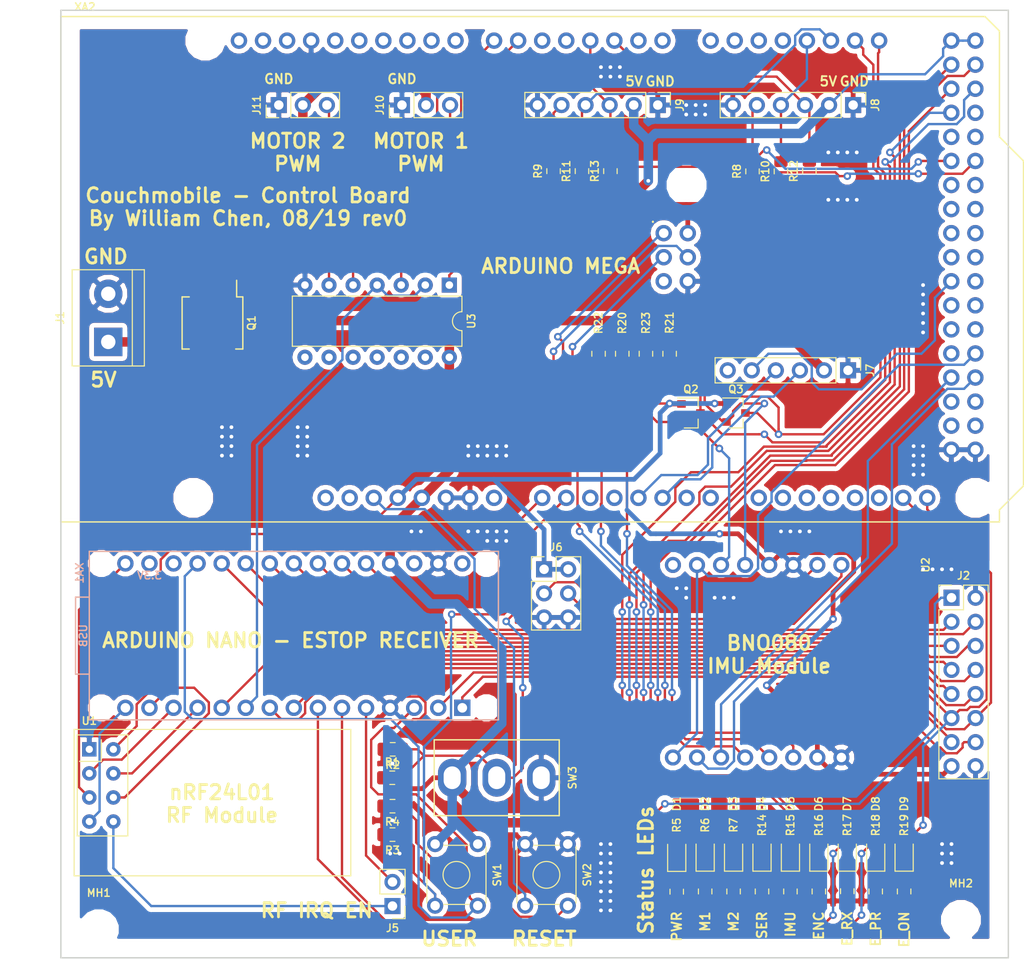
<source format=kicad_pcb>
(kicad_pcb (version 20171130) (host pcbnew "(5.0.0)")
  (layers (0 F.Cu signal) (31 B.Cu signal) (34 B.Paste user) (35 F.Paste user) (36 B.SilkS user) (37 F.SilkS user) (38 B.Mask user) (39 F.Mask user) (44 Edge.Cuts user))
  (net 0 "")
  (net 1 "Net-(D1-Pad1)")
  (net 2 +5V)
  (net 3 /STATUS_M1)
  (net 4 "Net-(D2-Pad1)")
  (net 5 "Net-(D3-Pad1)")
  (net 6 /STATUS_M2)
  (net 7 "Net-(D4-Pad1)")
  (net 8 /STATUS_SERIAL)
  (net 9 /STATUS_IMU)
  (net 10 "Net-(D5-Pad1)")
  (net 11 "Net-(D6-Pad1)")
  (net 12 /STATUS_ENC)
  (net 13 /ESTOP_RX)
  (net 14 "Net-(D7-Pad1)")
  (net 15 "Net-(D8-Pad1)")
  (net 16 /ESTOP_EN)
  (net 17 /ESTOP_ON)
  (net 18 "Net-(D9-Pad1)")
  (net 19 "Net-(J1-Pad1)")
  (net 20 GND)
  (net 21 /NANO_A7)
  (net 22 /NANO_A6)
  (net 23 /NANO_A5)
  (net 24 /NANO_A4)
  (net 25 /NANO_A3)
  (net 26 /NANO_A2)
  (net 27 /NANO_A1)
  (net 28 /NANO_D8)
  (net 29 /ESTOP_HS)
  (net 30 /NANO_RX)
  (net 31 /NANO_TX)
  (net 32 +3V3)
  (net 33 /SCL)
  (net 34 /SDA)
  (net 35 /MEGA_A13)
  (net 36 /MEGA_A12)
  (net 37 /MEGA_A11)
  (net 38 /MEGA_A10)
  (net 39 /MEGA_A9)
  (net 40 /MEGA_A8)
  (net 41 /MEGA_A7)
  (net 42 /MEGA_A6)
  (net 43 /MEGA_TX0)
  (net 44 /MEGA_RX0)
  (net 45 /MEGA_A2)
  (net 46 /MEGA_A3)
  (net 47 /MEGA_D32)
  (net 48 /MEGA_D33)
  (net 49 /MEGA_D34)
  (net 50 /MEGA_D35)
  (net 51 /MEGA_D36)
  (net 52 /MEGA_D37)
  (net 53 /MEGA_D38)
  (net 54 /MEGA_D39)
  (net 55 /ESTOP_IRQ)
  (net 56 /NANO_INT0)
  (net 57 "Net-(J6-Pad3)")
  (net 58 "Net-(J6-Pad4)")
  (net 59 /JOYSTICK_X)
  (net 60 /JOYSTICK_Y)
  (net 61 /JOYSTICK_SW)
  (net 62 /EN1_1)
  (net 63 /EN1_2)
  (net 64 /EN1_3)
  (net 65 /EN2_3)
  (net 66 /EN2_2)
  (net 67 /EN2_1)
  (net 68 /M1_OUT)
  (net 69 /M2_OUT)
  (net 70 /MEGA_SW2)
  (net 71 /MEGA_SW1)
  (net 72 /NANO_SW1)
  (net 73 /NANO_RESET)
  (net 74 /MEGA_RESET)
  (net 75 /ESTOP_CE)
  (net 76 /ESTOP_CSN)
  (net 77 /ESTOP_SCK)
  (net 78 /ESTOP_MOSI)
  (net 79 /ESTOP_MISO)
  (net 80 /IMU_RESET)
  (net 81 /MOSI)
  (net 82 /SCK)
  (net 83 /MISO)
  (net 84 /IMU_WAKE)
  (net 85 /IMU_CS)
  (net 86 /PWM_M1)
  (net 87 /ESTOP_TRAN)
  (net 88 /PWM_M2)
  (net 89 /SCL_3V3)
  (net 90 /SDA_3V3)
  (module BNO080:BNO080 (layer F.Cu) (at 110 76 270)
    (fp_text reference U2 (at 2.54 -1.27 270) (layer F.SilkS) (effects (font (size 0.8 0.8))))
    (fp_text value BNO080)
    (pad 0 thru_hole circle (at 2.54 7.62 270) (size 1.7 1.7) (drill 1) (layers *.Cu *.Mask) (net 58 "Net-(J6-Pad4)"))
    (pad 1 thru_hole circle (at 2.54 10.16 270) (size 1.7 1.7) (drill 1) (layers *.Cu *.Mask) (net 57 "Net-(J6-Pad3)"))
    (pad 2 thru_hole circle (at 2.54 12.7 270) (size 1.7 1.7) (drill 1) (layers *.Cu *.Mask) (net 20 GND))
    (pad 3 thru_hole circle (at 2.54 15.24 270) (size 1.7 1.7) (drill 1) (layers *.Cu *.Mask) (net 32 +3V3))
    (pad 4 thru_hole circle (at 2.54 17.78 270) (size 1.7 1.7) (drill 1) (layers *.Cu *.Mask) (net 90 /SDA_3V3))
    (pad 5 thru_hole circle (at 2.54 20.32 270) (size 1.7 1.7) (drill 1) (layers *.Cu *.Mask) (net 89 /SCL_3V3))
    (pad 6 thru_hole circle (at 2.54 22.86 270) (size 1.7 1.7) (drill 1) (layers *.Cu *.Mask) (net 80 /IMU_RESET))
    (pad 7 thru_hole circle (at 2.54 25.4 270) (size 1.7 1.7) (drill 1) (layers *.Cu *.Mask))
    (pad 8 thru_hole circle (at 22.86 7.62 270) (size 1.7 1.7) (drill 1) (layers *.Cu *.Mask) (net 20 GND))
    (pad 9 thru_hole circle (at 22.86 10.16 270) (size 1.7 1.7) (drill 1) (layers *.Cu *.Mask) (net 32 +3V3))
    (pad 12 thru_hole circle (at 22.86 17.78 270) (size 1.7 1.7) (drill 1) (layers *.Cu *.Mask) (net 81 /MOSI))
    (pad 10 thru_hole circle (at 22.86 12.7 270) (size 1.7 1.7) (drill 1) (layers *.Cu *.Mask) (net 82 /SCK))
    (pad 15 thru_hole circle (at 22.86 25.4 270) (size 1.7 1.7) (drill 1) (layers *.Cu *.Mask) (net 80 /IMU_RESET))
    (pad 11 thru_hole circle (at 22.86 15.24 270) (size 1.7 1.7) (drill 1) (layers *.Cu *.Mask) (net 83 /MISO))
    (pad 14 thru_hole circle (at 22.86 22.86 270) (size 1.7 1.7) (drill 1) (layers *.Cu *.Mask) (net 84 /IMU_WAKE))
    (pad 13 thru_hole circle (at 22.86 20.32 270) (size 1.7 1.7) (drill 1) (layers *.Cu *.Mask) (net 85 /IMU_CS))
  )
  (module LED_SMD:LED_0805_2012Metric_Pad1.15x1.40mm_HandSolder (layer F.Cu) (at 85 109.025 90)
    (fp_text reference D1 (at 5.275 0 90) (layer F.SilkS) (effects (font (size 0.8 0.8))))
    (fp_text value STATUS_PWR)
    (pad 1 smd roundrect (at -1.025 0 90) (size 1.15 1.4) (layers F.Cu F.Paste F.Mask) (roundrect_rratio 0.217391) (net 1 "Net-(D1-Pad1)"))
    (pad 2 smd roundrect (at 1.025 0 90) (size 1.15 1.4) (layers F.Cu F.Paste F.Mask) (roundrect_rratio 0.217391) (net 2 +5V))
  )
  (module LED_SMD:LED_0805_2012Metric_Pad1.15x1.40mm_HandSolder (layer F.Cu) (at 88 109 90)
    (fp_text reference D2 (at 5.25 0 90) (layer F.SilkS) (effects (font (size 0.8 0.8))))
    (fp_text value STATUS_M1)
    (pad 2 smd roundrect (at 1.025 0 90) (size 1.15 1.4) (layers F.Cu F.Paste F.Mask) (roundrect_rratio 0.217391) (net 3 /STATUS_M1))
    (pad 1 smd roundrect (at -1.025 0 90) (size 1.15 1.4) (layers F.Cu F.Paste F.Mask) (roundrect_rratio 0.217391) (net 4 "Net-(D2-Pad1)"))
  )
  (module LED_SMD:LED_0805_2012Metric_Pad1.15x1.40mm_HandSolder (layer F.Cu) (at 91 109 90)
    (fp_text reference D3 (at 5.25 0 90) (layer F.SilkS) (effects (font (size 0.8 0.8))))
    (fp_text value STATUS_M2)
    (pad 1 smd roundrect (at -1.025 0 90) (size 1.15 1.4) (layers F.Cu F.Paste F.Mask) (roundrect_rratio 0.217391) (net 5 "Net-(D3-Pad1)"))
    (pad 2 smd roundrect (at 1.025 0 90) (size 1.15 1.4) (layers F.Cu F.Paste F.Mask) (roundrect_rratio 0.217391) (net 6 /STATUS_M2))
  )
  (module LED_SMD:LED_0805_2012Metric_Pad1.15x1.40mm_HandSolder (layer F.Cu) (at 94 109 90)
    (fp_text reference D4 (at 5.25 0 90) (layer F.SilkS) (effects (font (size 0.8 0.8))))
    (fp_text value STATUS_SERIAL)
    (pad 1 smd roundrect (at -1.025 0 90) (size 1.15 1.4) (layers F.Cu F.Paste F.Mask) (roundrect_rratio 0.217391) (net 7 "Net-(D4-Pad1)"))
    (pad 2 smd roundrect (at 1.025 0 90) (size 1.15 1.4) (layers F.Cu F.Paste F.Mask) (roundrect_rratio 0.217391) (net 8 /STATUS_SERIAL))
  )
  (module LED_SMD:LED_0805_2012Metric_Pad1.15x1.40mm_HandSolder (layer F.Cu) (at 97 109 90)
    (fp_text reference D5 (at 5.25 0 90) (layer F.SilkS) (effects (font (size 0.8 0.8))))
    (fp_text value STATUS_IMU)
    (pad 2 smd roundrect (at 1.025 0 90) (size 1.15 1.4) (layers F.Cu F.Paste F.Mask) (roundrect_rratio 0.217391) (net 9 /STATUS_IMU))
    (pad 1 smd roundrect (at -1.025 0 90) (size 1.15 1.4) (layers F.Cu F.Paste F.Mask) (roundrect_rratio 0.217391) (net 10 "Net-(D5-Pad1)"))
  )
  (module LED_SMD:LED_0805_2012Metric_Pad1.15x1.40mm_HandSolder (layer F.Cu) (at 100 109 90)
    (fp_text reference D6 (at 5.25 0 90) (layer F.SilkS) (effects (font (size 0.8 0.8))))
    (fp_text value STATUS_ENCODER)
    (pad 1 smd roundrect (at -1.025 0 90) (size 1.15 1.4) (layers F.Cu F.Paste F.Mask) (roundrect_rratio 0.217391) (net 11 "Net-(D6-Pad1)"))
    (pad 2 smd roundrect (at 1.025 0 90) (size 1.15 1.4) (layers F.Cu F.Paste F.Mask) (roundrect_rratio 0.217391) (net 12 /STATUS_ENC))
  )
  (module LED_SMD:LED_0805_2012Metric_Pad1.15x1.40mm_HandSolder (layer F.Cu) (at 103 109 90)
    (fp_text reference D7 (at 5.25 0 90) (layer F.SilkS) (effects (font (size 0.8 0.8))))
    (fp_text value ESTOP_RX)
    (pad 2 smd roundrect (at 1.025 0 90) (size 1.15 1.4) (layers F.Cu F.Paste F.Mask) (roundrect_rratio 0.217391) (net 13 /ESTOP_RX))
    (pad 1 smd roundrect (at -1.025 0 90) (size 1.15 1.4) (layers F.Cu F.Paste F.Mask) (roundrect_rratio 0.217391) (net 14 "Net-(D7-Pad1)"))
  )
  (module LED_SMD:LED_0805_2012Metric_Pad1.15x1.40mm_HandSolder (layer F.Cu) (at 106 109 90)
    (fp_text reference D8 (at 5.25 0 90) (layer F.SilkS) (effects (font (size 0.8 0.8))))
    (fp_text value ESTOP_EN)
    (pad 1 smd roundrect (at -1.025 0 90) (size 1.15 1.4) (layers F.Cu F.Paste F.Mask) (roundrect_rratio 0.217391) (net 15 "Net-(D8-Pad1)"))
    (pad 2 smd roundrect (at 1.025 0 90) (size 1.15 1.4) (layers F.Cu F.Paste F.Mask) (roundrect_rratio 0.217391) (net 16 /ESTOP_EN))
  )
  (module LED_SMD:LED_0805_2012Metric_Pad1.15x1.40mm_HandSolder (layer F.Cu) (at 109 109 90)
    (fp_text reference D9 (at 5.25 0 90) (layer F.SilkS) (effects (font (size 0.8 0.8))))
    (fp_text value ESTOP_ON)
    (pad 2 smd roundrect (at 1.025 0 90) (size 1.15 1.4) (layers F.Cu F.Paste F.Mask) (roundrect_rratio 0.217391) (net 17 /ESTOP_ON))
    (pad 1 smd roundrect (at -1.025 0 90) (size 1.15 1.4) (layers F.Cu F.Paste F.Mask) (roundrect_rratio 0.217391) (net 18 "Net-(D9-Pad1)"))
  )
  (module TerminalBlock:TerminalBlock_bornier-2_P5.08mm (layer F.Cu) (at 25 55 90)
    (fp_text reference J1 (at 2.54 -5.08 90) (layer F.SilkS) (effects (font (size 0.8 0.8))))
    (fp_text value Power_In)
    (pad 1 thru_hole rect (at 0 0 90) (size 3 3) (drill 1.52) (layers *.Cu *.Mask) (net 19 "Net-(J1-Pad1)"))
    (pad 2 thru_hole circle (at 5.08 0 90) (size 3 3) (drill 1.52) (layers *.Cu *.Mask) (net 20 GND))
  )
  (module Connector_PinHeader_2.54mm:PinHeader_2x08_P2.54mm_Vertical (layer F.Cu) (at 114 82)
    (fp_text reference J2 (at 1.27 -2.33) (layer F.SilkS) (effects (font (size 0.8 0.8))))
    (fp_text value GPIO_NANO_1)
    (pad 1 thru_hole rect (at 0 0) (size 1.7 1.7) (drill 1) (layers *.Cu *.Mask) (net 2 +5V))
    (pad 2 thru_hole oval (at 2.54 0) (size 1.7 1.7) (drill 1) (layers *.Cu *.Mask) (net 20 GND))
    (pad 3 thru_hole oval (at 0 2.54) (size 1.7 1.7) (drill 1) (layers *.Cu *.Mask) (net 21 /NANO_A7))
    (pad 4 thru_hole oval (at 2.54 2.54) (size 1.7 1.7) (drill 1) (layers *.Cu *.Mask) (net 22 /NANO_A6))
    (pad 5 thru_hole oval (at 0 5.08) (size 1.7 1.7) (drill 1) (layers *.Cu *.Mask) (net 23 /NANO_A5))
    (pad 6 thru_hole oval (at 2.54 5.08) (size 1.7 1.7) (drill 1) (layers *.Cu *.Mask) (net 24 /NANO_A4))
    (pad 7 thru_hole oval (at 0 7.62) (size 1.7 1.7) (drill 1) (layers *.Cu *.Mask) (net 25 /NANO_A3))
    (pad 8 thru_hole oval (at 2.54 7.62) (size 1.7 1.7) (drill 1) (layers *.Cu *.Mask) (net 26 /NANO_A2))
    (pad 9 thru_hole oval (at 0 10.16) (size 1.7 1.7) (drill 1) (layers *.Cu *.Mask) (net 27 /NANO_A1))
    (pad 10 thru_hole oval (at 2.54 10.16) (size 1.7 1.7) (drill 1) (layers *.Cu *.Mask) (net 28 /NANO_D8))
    (pad 11 thru_hole oval (at 0 12.7) (size 1.7 1.7) (drill 1) (layers *.Cu *.Mask) (net 17 /ESTOP_ON))
    (pad 12 thru_hole oval (at 2.54 12.7) (size 1.7 1.7) (drill 1) (layers *.Cu *.Mask) (net 29 /ESTOP_HS))
    (pad 13 thru_hole oval (at 0 15.24) (size 1.7 1.7) (drill 1) (layers *.Cu *.Mask) (net 30 /NANO_RX))
    (pad 14 thru_hole oval (at 2.54 15.24) (size 1.7 1.7) (drill 1) (layers *.Cu *.Mask) (net 31 /NANO_TX))
    (pad 15 thru_hole oval (at 0 17.78) (size 1.7 1.7) (drill 1) (layers *.Cu *.Mask) (net 32 +3V3))
    (pad 16 thru_hole oval (at 2.54 17.78) (size 1.7 1.7) (drill 1) (layers *.Cu *.Mask) (net 20 GND))
  )
  (module Connector_PinHeader_2.54mm:PinHeader_1x02_P2.54mm_Vertical (layer F.Cu) (at 55 114.54 180)
    (fp_text reference J5 (at 0 -2.33 180) (layer F.SilkS) (effects (font (size 0.8 0.8))))
    (fp_text value ESTOP_IRQ_EN)
    (pad 1 thru_hole rect (at 0 0 180) (size 1.7 1.7) (drill 1) (layers *.Cu *.Mask) (net 55 /ESTOP_IRQ))
    (pad 2 thru_hole oval (at 0 2.54 180) (size 1.7 1.7) (drill 1) (layers *.Cu *.Mask) (net 56 /NANO_INT0))
  )
  (module Connector_PinHeader_2.54mm:PinHeader_2x03_P2.54mm_Vertical (layer F.Cu) (at 71 79)
    (fp_text reference J6 (at 1.27 -2.33) (layer F.SilkS) (effects (font (size 0.8 0.8))))
    (fp_text value BNO_COMM_CTRL)
    (pad 1 thru_hole rect (at 0 0) (size 1.7 1.7) (drill 1) (layers *.Cu *.Mask) (net 32 +3V3))
    (pad 2 thru_hole oval (at 2.54 0) (size 1.7 1.7) (drill 1) (layers *.Cu *.Mask) (net 32 +3V3))
    (pad 3 thru_hole oval (at 0 2.54) (size 1.7 1.7) (drill 1) (layers *.Cu *.Mask) (net 57 "Net-(J6-Pad3)"))
    (pad 4 thru_hole oval (at 2.54 2.54) (size 1.7 1.7) (drill 1) (layers *.Cu *.Mask) (net 58 "Net-(J6-Pad4)"))
    (pad 5 thru_hole oval (at 0 5.08) (size 1.7 1.7) (drill 1) (layers *.Cu *.Mask) (net 20 GND))
    (pad 6 thru_hole oval (at 2.54 5.08) (size 1.7 1.7) (drill 1) (layers *.Cu *.Mask) (net 20 GND))
  )
  (module Connector_PinHeader_2.54mm:PinHeader_1x06_P2.54mm_Vertical (layer F.Cu) (at 103.08 58 270)
    (fp_text reference J7 (at 0 -2.33 270) (layer F.SilkS) (effects (font (size 0.8 0.8))))
    (fp_text value Joystick)
    (pad 1 thru_hole rect (at 0 0 270) (size 1.7 1.7) (drill 1) (layers *.Cu *.Mask) (net 20 GND))
    (pad 2 thru_hole oval (at 0 2.54 270) (size 1.7 1.7) (drill 1) (layers *.Cu *.Mask) (net 2 +5V))
    (pad 3 thru_hole oval (at 0 5.08 270) (size 1.7 1.7) (drill 1) (layers *.Cu *.Mask) (net 59 /JOYSTICK_X))
    (pad 4 thru_hole oval (at 0 7.62 270) (size 1.7 1.7) (drill 1) (layers *.Cu *.Mask) (net 60 /JOYSTICK_Y))
    (pad 5 thru_hole oval (at 0 10.16 270) (size 1.7 1.7) (drill 1) (layers *.Cu *.Mask) (net 61 /JOYSTICK_SW))
    (pad 6 thru_hole oval (at 0 12.7 270) (size 1.7 1.7) (drill 1) (layers *.Cu *.Mask))
  )
  (module Connector_PinHeader_2.54mm:PinHeader_1x06_P2.54mm_Vertical (layer F.Cu) (at 103.62 30 270)
    (fp_text reference J8 (at 0 -2.33 270) (layer F.SilkS) (effects (font (size 0.8 0.8))))
    (fp_text value Encoder1)
    (pad 1 thru_hole rect (at 0 0 270) (size 1.7 1.7) (drill 1) (layers *.Cu *.Mask) (net 20 GND))
    (pad 2 thru_hole oval (at 0 2.54 270) (size 1.7 1.7) (drill 1) (layers *.Cu *.Mask) (net 2 +5V))
    (pad 3 thru_hole oval (at 0 5.08 270) (size 1.7 1.7) (drill 1) (layers *.Cu *.Mask) (net 62 /EN1_1))
    (pad 4 thru_hole oval (at 0 7.62 270) (size 1.7 1.7) (drill 1) (layers *.Cu *.Mask) (net 63 /EN1_2))
    (pad 5 thru_hole oval (at 0 10.16 270) (size 1.7 1.7) (drill 1) (layers *.Cu *.Mask) (net 64 /EN1_3))
    (pad 6 thru_hole oval (at 0 12.7 270) (size 1.7 1.7) (drill 1) (layers *.Cu *.Mask) (net 20 GND))
  )
  (module Connector_PinHeader_2.54mm:PinHeader_1x06_P2.54mm_Vertical (layer F.Cu) (at 83 30 270)
    (fp_text reference J9 (at 0 -2.33 270) (layer F.SilkS) (effects (font (size 0.8 0.8))))
    (fp_text value Encoder2)
    (pad 6 thru_hole oval (at 0 12.7 270) (size 1.7 1.7) (drill 1) (layers *.Cu *.Mask) (net 20 GND))
    (pad 5 thru_hole oval (at 0 10.16 270) (size 1.7 1.7) (drill 1) (layers *.Cu *.Mask) (net 65 /EN2_3))
    (pad 4 thru_hole oval (at 0 7.62 270) (size 1.7 1.7) (drill 1) (layers *.Cu *.Mask) (net 66 /EN2_2))
    (pad 3 thru_hole oval (at 0 5.08 270) (size 1.7 1.7) (drill 1) (layers *.Cu *.Mask) (net 67 /EN2_1))
    (pad 2 thru_hole oval (at 0 2.54 270) (size 1.7 1.7) (drill 1) (layers *.Cu *.Mask) (net 2 +5V))
    (pad 1 thru_hole rect (at 0 0 270) (size 1.7 1.7) (drill 1) (layers *.Cu *.Mask) (net 20 GND))
  )
  (module Connector_PinHeader_2.54mm:PinHeader_1x03_P2.54mm_Vertical (layer F.Cu) (at 56 30 90)
    (fp_text reference J10 (at 0 -2.33 90) (layer F.SilkS) (effects (font (size 0.8 0.8))))
    (fp_text value Motor1)
    (pad 3 thru_hole oval (at 0 5.08 90) (size 1.7 1.7) (drill 1) (layers *.Cu *.Mask) (net 68 /M1_OUT))
    (pad 2 thru_hole oval (at 0 2.54 90) (size 1.7 1.7) (drill 1) (layers *.Cu *.Mask) (net 2 +5V))
    (pad 1 thru_hole rect (at 0 0 90) (size 1.7 1.7) (drill 1) (layers *.Cu *.Mask) (net 20 GND))
  )
  (module Connector_PinHeader_2.54mm:PinHeader_1x03_P2.54mm_Vertical (layer F.Cu) (at 43 30 90)
    (fp_text reference J11 (at 0 -2.33 90) (layer F.SilkS) (effects (font (size 0.8 0.8))))
    (fp_text value Motor2)
    (pad 1 thru_hole rect (at 0 0 90) (size 1.7 1.7) (drill 1) (layers *.Cu *.Mask) (net 20 GND))
    (pad 2 thru_hole oval (at 0 2.54 90) (size 1.7 1.7) (drill 1) (layers *.Cu *.Mask) (net 2 +5V))
    (pad 3 thru_hole oval (at 0 5.08 90) (size 1.7 1.7) (drill 1) (layers *.Cu *.Mask) (net 69 /M2_OUT))
  )
  (module MountingHole:MountingHole_3.2mm_M3_ISO7380 (layer F.Cu) (at 24 117)
    (fp_text reference MH1 (at 0 -3.85) (layer F.SilkS) (effects (font (size 0.8 0.8))))
    (fp_text value MountingHole)
    (pad 1 np_thru_hole circle (at 0 0) (size 3.2 3.2) (drill 3.2) (layers *.Cu *.Mask))
  )
  (module MountingHole:MountingHole_3.2mm_M3_ISO7380 (layer F.Cu) (at 115 116)
    (fp_text reference MH2 (at 0 -3.85) (layer F.SilkS) (effects (font (size 0.8 0.8))))
    (fp_text value MountingHole)
    (pad 1 np_thru_hole circle (at 0 0) (size 3.2 3.2) (drill 3.2) (layers *.Cu *.Mask))
  )
  (module Resistor_SMD:R_0805_2012Metric_Pad1.15x1.40mm_HandSolder (layer F.Cu) (at 54.975 101)
    (fp_text reference R1 (at 0 -1.65) (layer F.SilkS) (effects (font (size 0.8 0.8))))
    (fp_text value 10k)
    (pad 1 smd roundrect (at -1.025 0) (size 1.15 1.4) (layers F.Cu F.Paste F.Mask) (roundrect_rratio 0.217391) (net 2 +5V))
    (pad 2 smd roundrect (at 1.025 0) (size 1.15 1.4) (layers F.Cu F.Paste F.Mask) (roundrect_rratio 0.217391) (net 70 /MEGA_SW2))
  )
  (module Resistor_SMD:R_0805_2012Metric_Pad1.15x1.40mm_HandSolder (layer F.Cu) (at 55.025 98 180)
    (fp_text reference R2 (at 0 -1.65 180) (layer F.SilkS) (effects (font (size 0.8 0.8))))
    (fp_text value 10k)
    (pad 1 smd roundrect (at -1.025 0 180) (size 1.15 1.4) (layers F.Cu F.Paste F.Mask) (roundrect_rratio 0.217391) (net 70 /MEGA_SW2))
    (pad 2 smd roundrect (at 1.025 0 180) (size 1.15 1.4) (layers F.Cu F.Paste F.Mask) (roundrect_rratio 0.217391) (net 20 GND))
  )
  (module Resistor_SMD:R_0805_2012Metric_Pad1.15x1.40mm_HandSolder (layer F.Cu) (at 55 107 180)
    (fp_text reference R3 (at 0 -1.65 180) (layer F.SilkS) (effects (font (size 0.8 0.8))))
    (fp_text value 10k)
    (pad 2 smd roundrect (at 1.025 0 180) (size 1.15 1.4) (layers F.Cu F.Paste F.Mask) (roundrect_rratio 0.217391) (net 20 GND))
    (pad 1 smd roundrect (at -1.025 0 180) (size 1.15 1.4) (layers F.Cu F.Paste F.Mask) (roundrect_rratio 0.217391) (net 71 /MEGA_SW1))
  )
  (module Resistor_SMD:R_0805_2012Metric_Pad1.15x1.40mm_HandSolder (layer F.Cu) (at 55 104 180)
    (fp_text reference R4 (at 0 -1.65 180) (layer F.SilkS) (effects (font (size 0.8 0.8))))
    (fp_text value 10k)
    (pad 1 smd roundrect (at -1.025 0 180) (size 1.15 1.4) (layers F.Cu F.Paste F.Mask) (roundrect_rratio 0.217391) (net 72 /NANO_SW1))
    (pad 2 smd roundrect (at 1.025 0 180) (size 1.15 1.4) (layers F.Cu F.Paste F.Mask) (roundrect_rratio 0.217391) (net 20 GND))
  )
  (module Resistor_SMD:R_0805_2012Metric_Pad1.15x1.40mm_HandSolder (layer F.Cu) (at 85 113.025 270)
    (fp_text reference R5 (at -7.025 0 270) (layer F.SilkS) (effects (font (size 0.8 0.8))))
    (fp_text value 2.2k)
    (pad 1 smd roundrect (at -1.025 0 270) (size 1.15 1.4) (layers F.Cu F.Paste F.Mask) (roundrect_rratio 0.217391) (net 1 "Net-(D1-Pad1)"))
    (pad 2 smd roundrect (at 1.025 0 270) (size 1.15 1.4) (layers F.Cu F.Paste F.Mask) (roundrect_rratio 0.217391) (net 20 GND))
  )
  (module Resistor_SMD:R_0805_2012Metric_Pad1.15x1.40mm_HandSolder (layer F.Cu) (at 88 113 270)
    (fp_text reference R6 (at -7 0 270) (layer F.SilkS) (effects (font (size 0.8 0.8))))
    (fp_text value 2.2k)
    (pad 2 smd roundrect (at 1.025 0 270) (size 1.15 1.4) (layers F.Cu F.Paste F.Mask) (roundrect_rratio 0.217391) (net 20 GND))
    (pad 1 smd roundrect (at -1.025 0 270) (size 1.15 1.4) (layers F.Cu F.Paste F.Mask) (roundrect_rratio 0.217391) (net 4 "Net-(D2-Pad1)"))
  )
  (module Resistor_SMD:R_0805_2012Metric_Pad1.15x1.40mm_HandSolder (layer F.Cu) (at 91 113 270)
    (fp_text reference R7 (at -7 0 270) (layer F.SilkS) (effects (font (size 0.8 0.8))))
    (fp_text value 2.2k)
    (pad 1 smd roundrect (at -1.025 0 270) (size 1.15 1.4) (layers F.Cu F.Paste F.Mask) (roundrect_rratio 0.217391) (net 5 "Net-(D3-Pad1)"))
    (pad 2 smd roundrect (at 1.025 0 270) (size 1.15 1.4) (layers F.Cu F.Paste F.Mask) (roundrect_rratio 0.217391) (net 20 GND))
  )
  (module Resistor_SMD:R_0805_2012Metric_Pad1.15x1.40mm_HandSolder (layer F.Cu) (at 93 37 90)
    (fp_text reference R8 (at 0 -1.65 90) (layer F.SilkS) (effects (font (size 0.8 0.8))))
    (fp_text value 2.2k)
    (pad 2 smd roundrect (at 1.025 0 90) (size 1.15 1.4) (layers F.Cu F.Paste F.Mask) (roundrect_rratio 0.217391) (net 64 /EN1_3))
    (pad 1 smd roundrect (at -1.025 0 90) (size 1.15 1.4) (layers F.Cu F.Paste F.Mask) (roundrect_rratio 0.217391) (net 2 +5V))
  )
  (module Resistor_SMD:R_0805_2012Metric_Pad1.15x1.40mm_HandSolder (layer F.Cu) (at 72 36.975 90)
    (fp_text reference R9 (at 0 -1.65 90) (layer F.SilkS) (effects (font (size 0.8 0.8))))
    (fp_text value 2.2k)
    (pad 2 smd roundrect (at 1.025 0 90) (size 1.15 1.4) (layers F.Cu F.Paste F.Mask) (roundrect_rratio 0.217391) (net 65 /EN2_3))
    (pad 1 smd roundrect (at -1.025 0 90) (size 1.15 1.4) (layers F.Cu F.Paste F.Mask) (roundrect_rratio 0.217391) (net 2 +5V))
  )
  (module Resistor_SMD:R_0805_2012Metric_Pad1.15x1.40mm_HandSolder (layer F.Cu) (at 96 37 90)
    (fp_text reference R10 (at 0 -1.65 90) (layer F.SilkS) (effects (font (size 0.8 0.8))))
    (fp_text value 2.2k)
    (pad 1 smd roundrect (at -1.025 0 90) (size 1.15 1.4) (layers F.Cu F.Paste F.Mask) (roundrect_rratio 0.217391) (net 2 +5V))
    (pad 2 smd roundrect (at 1.025 0 90) (size 1.15 1.4) (layers F.Cu F.Paste F.Mask) (roundrect_rratio 0.217391) (net 63 /EN1_2))
  )
  (module Resistor_SMD:R_0805_2012Metric_Pad1.15x1.40mm_HandSolder (layer F.Cu) (at 75 36.975 90)
    (fp_text reference R11 (at 0 -1.65 90) (layer F.SilkS) (effects (font (size 0.8 0.8))))
    (fp_text value 2.2k)
    (pad 1 smd roundrect (at -1.025 0 90) (size 1.15 1.4) (layers F.Cu F.Paste F.Mask) (roundrect_rratio 0.217391) (net 2 +5V))
    (pad 2 smd roundrect (at 1.025 0 90) (size 1.15 1.4) (layers F.Cu F.Paste F.Mask) (roundrect_rratio 0.217391) (net 66 /EN2_2))
  )
  (module Resistor_SMD:R_0805_2012Metric_Pad1.15x1.40mm_HandSolder (layer F.Cu) (at 99 36.975 90)
    (fp_text reference R12 (at 0 -1.65 90) (layer F.SilkS) (effects (font (size 0.8 0.8))))
    (fp_text value 2.2k)
    (pad 2 smd roundrect (at 1.025 0 90) (size 1.15 1.4) (layers F.Cu F.Paste F.Mask) (roundrect_rratio 0.217391) (net 62 /EN1_1))
    (pad 1 smd roundrect (at -1.025 0 90) (size 1.15 1.4) (layers F.Cu F.Paste F.Mask) (roundrect_rratio 0.217391) (net 2 +5V))
  )
  (module Resistor_SMD:R_0805_2012Metric_Pad1.15x1.40mm_HandSolder (layer F.Cu) (at 78 36.975 90)
    (fp_text reference R13 (at 0 -1.65 90) (layer F.SilkS) (effects (font (size 0.8 0.8))))
    (fp_text value 2.2k)
    (pad 2 smd roundrect (at 1.025 0 90) (size 1.15 1.4) (layers F.Cu F.Paste F.Mask) (roundrect_rratio 0.217391) (net 67 /EN2_1))
    (pad 1 smd roundrect (at -1.025 0 90) (size 1.15 1.4) (layers F.Cu F.Paste F.Mask) (roundrect_rratio 0.217391) (net 2 +5V))
  )
  (module Resistor_SMD:R_0805_2012Metric_Pad1.15x1.40mm_HandSolder (layer F.Cu) (at 94 113 270)
    (fp_text reference R14 (at -7 0 270) (layer F.SilkS) (effects (font (size 0.8 0.8))))
    (fp_text value 2.2k)
    (pad 2 smd roundrect (at 1.025 0 270) (size 1.15 1.4) (layers F.Cu F.Paste F.Mask) (roundrect_rratio 0.217391) (net 20 GND))
    (pad 1 smd roundrect (at -1.025 0 270) (size 1.15 1.4) (layers F.Cu F.Paste F.Mask) (roundrect_rratio 0.217391) (net 7 "Net-(D4-Pad1)"))
  )
  (module Resistor_SMD:R_0805_2012Metric_Pad1.15x1.40mm_HandSolder (layer F.Cu) (at 97 113 270)
    (fp_text reference R15 (at -7 0 270) (layer F.SilkS) (effects (font (size 0.8 0.8))))
    (fp_text value 2.2k)
    (pad 1 smd roundrect (at -1.025 0 270) (size 1.15 1.4) (layers F.Cu F.Paste F.Mask) (roundrect_rratio 0.217391) (net 10 "Net-(D5-Pad1)"))
    (pad 2 smd roundrect (at 1.025 0 270) (size 1.15 1.4) (layers F.Cu F.Paste F.Mask) (roundrect_rratio 0.217391) (net 20 GND))
  )
  (module Resistor_SMD:R_0805_2012Metric_Pad1.15x1.40mm_HandSolder (layer F.Cu) (at 100 113 270)
    (fp_text reference R16 (at -7 0 270) (layer F.SilkS) (effects (font (size 0.8 0.8))))
    (fp_text value 2.2k)
    (pad 2 smd roundrect (at 1.025 0 270) (size 1.15 1.4) (layers F.Cu F.Paste F.Mask) (roundrect_rratio 0.217391) (net 20 GND))
    (pad 1 smd roundrect (at -1.025 0 270) (size 1.15 1.4) (layers F.Cu F.Paste F.Mask) (roundrect_rratio 0.217391) (net 11 "Net-(D6-Pad1)"))
  )
  (module Resistor_SMD:R_0805_2012Metric_Pad1.15x1.40mm_HandSolder (layer F.Cu) (at 103 112.975 270)
    (fp_text reference R17 (at -6.975 0 270) (layer F.SilkS) (effects (font (size 0.8 0.8))))
    (fp_text value 2.2k)
    (pad 1 smd roundrect (at -1.025 0 270) (size 1.15 1.4) (layers F.Cu F.Paste F.Mask) (roundrect_rratio 0.217391) (net 14 "Net-(D7-Pad1)"))
    (pad 2 smd roundrect (at 1.025 0 270) (size 1.15 1.4) (layers F.Cu F.Paste F.Mask) (roundrect_rratio 0.217391) (net 20 GND))
  )
  (module Resistor_SMD:R_0805_2012Metric_Pad1.15x1.40mm_HandSolder (layer F.Cu) (at 106 113 270)
    (fp_text reference R18 (at -7 0 270) (layer F.SilkS) (effects (font (size 0.8 0.8))))
    (fp_text value 2.2k)
    (pad 2 smd roundrect (at 1.025 0 270) (size 1.15 1.4) (layers F.Cu F.Paste F.Mask) (roundrect_rratio 0.217391) (net 20 GND))
    (pad 1 smd roundrect (at -1.025 0 270) (size 1.15 1.4) (layers F.Cu F.Paste F.Mask) (roundrect_rratio 0.217391) (net 15 "Net-(D8-Pad1)"))
  )
  (module Resistor_SMD:R_0805_2012Metric_Pad1.15x1.40mm_HandSolder (layer F.Cu) (at 109 113 270)
    (fp_text reference R19 (at -7 0 270) (layer F.SilkS) (effects (font (size 0.8 0.8))))
    (fp_text value 2.2k)
    (pad 1 smd roundrect (at -1.025 0 270) (size 1.15 1.4) (layers F.Cu F.Paste F.Mask) (roundrect_rratio 0.217391) (net 18 "Net-(D9-Pad1)"))
    (pad 2 smd roundrect (at 1.025 0 270) (size 1.15 1.4) (layers F.Cu F.Paste F.Mask) (roundrect_rratio 0.217391) (net 20 GND))
  )
  (module Button_Switch_THT:SW_TH_Tactile_Omron_B3F-10xx (layer F.Cu) (at 64 108 270)
    (fp_text reference SW1 (at 3.25 -2.05 270) (layer F.SilkS) (effects (font (size 0.8 0.8))))
    (fp_text value "User Button")
    (pad 4 thru_hole circle (at 6.5 4.5 270) (size 1.7 1.7) (drill 1) (layers *.Cu *.Mask) (net 71 /MEGA_SW1))
    (pad 3 thru_hole circle (at 0 4.5 270) (size 1.7 1.7) (drill 1) (layers *.Cu *.Mask) (net 2 +5V))
    (pad 2 thru_hole circle (at 6.5 0 270) (size 1.7 1.7) (drill 1) (layers *.Cu *.Mask) (net 72 /NANO_SW1))
    (pad 1 thru_hole circle (at 0 0 270) (size 1.7 1.7) (drill 1) (layers *.Cu *.Mask) (net 2 +5V))
  )
  (module Button_Switch_THT:SW_TH_Tactile_Omron_B3F-10xx (layer F.Cu) (at 73.5 108 270)
    (fp_text reference SW2 (at 3.25 -2.05 270) (layer F.SilkS) (effects (font (size 0.8 0.8))))
    (fp_text value RESET)
    (pad 1 thru_hole circle (at 0 0 270) (size 1.7 1.7) (drill 1) (layers *.Cu *.Mask) (net 20 GND))
    (pad 2 thru_hole circle (at 6.5 0 270) (size 1.7 1.7) (drill 1) (layers *.Cu *.Mask) (net 73 /NANO_RESET))
    (pad 3 thru_hole circle (at 0 4.5 270) (size 1.7 1.7) (drill 1) (layers *.Cu *.Mask) (net 20 GND))
    (pad 4 thru_hole circle (at 6.5 4.5 270) (size 1.7 1.7) (drill 1) (layers *.Cu *.Mask) (net 74 /MEGA_RESET))
  )
  (module couch-switches:MTS_3_pin_toggle_switch (layer F.Cu) (at 66 101 180)
    (fp_text reference SW3 (at -8 0 270) (layer F.SilkS) (effects (font (size 0.8 0.8))))
    (fp_text value "User Switch")
    (pad 2 thru_hole oval (at 0 0 180) (size 3 4) (drill oval 1.8 2.4) (layers *.Cu *.Mask) (net 70 /MEGA_SW2))
    (pad 1 thru_hole oval (at -4.7 0 180) (size 3 4) (drill oval 1.8 2.4) (layers *.Cu *.Mask) (net 20 GND))
    (pad 3 thru_hole oval (at 4.7 0 180) (size 3 4) (drill oval 1.8 2.4) (layers *.Cu *.Mask) (net 2 +5V))
  )
  (module RF_Module:nRF24L01_Breakout (layer F.Cu) (at 23 98)
    (fp_text reference U1 (at 0 -3) (layer F.SilkS) (effects (font (size 0.8 0.8))))
    (fp_text value NRF24L01_Breakout)
    (pad 1 thru_hole rect (at 0 0) (size 1.524 1.524) (drill 0.762) (layers *.Cu *.Mask) (net 20 GND))
    (pad 2 thru_hole circle (at 2.54 0) (size 1.524 1.524) (drill 0.762) (layers *.Cu *.Mask) (net 32 +3V3))
    (pad 3 thru_hole circle (at 0 2.54) (size 1.524 1.524) (drill 0.762) (layers *.Cu *.Mask) (net 75 /ESTOP_CE))
    (pad 4 thru_hole circle (at 2.54 2.54) (size 1.524 1.524) (drill 0.762) (layers *.Cu *.Mask) (net 76 /ESTOP_CSN))
    (pad 5 thru_hole circle (at 0 5.08) (size 1.524 1.524) (drill 0.762) (layers *.Cu *.Mask) (net 77 /ESTOP_SCK))
    (pad 6 thru_hole circle (at 2.54 5.08) (size 1.524 1.524) (drill 0.762) (layers *.Cu *.Mask) (net 78 /ESTOP_MOSI))
    (pad 7 thru_hole circle (at 0 7.62) (size 1.524 1.524) (drill 0.762) (layers *.Cu *.Mask) (net 79 /ESTOP_MISO))
    (pad 8 thru_hole circle (at 2.54 7.62) (size 1.524 1.524) (drill 0.762) (layers *.Cu *.Mask) (net 55 /ESTOP_IRQ))
  )
  (module Package_DIP:DIP-14_W7.62mm (layer F.Cu) (at 61 49 270)
    (fp_text reference U3 (at 3.81 -2.33 270) (layer F.SilkS) (effects (font (size 0.8 0.8))))
    (fp_text value 74LS08)
    (pad 1 thru_hole rect (at 0 0 270) (size 1.6 1.6) (drill 0.8) (layers *.Cu *.Mask) (net 86 /PWM_M1))
    (pad 8 thru_hole oval (at 7.62 15.24 270) (size 1.6 1.6) (drill 0.8) (layers *.Cu *.Mask))
    (pad 2 thru_hole oval (at 0 2.54 270) (size 1.6 1.6) (drill 0.8) (layers *.Cu *.Mask) (net 87 /ESTOP_TRAN))
    (pad 9 thru_hole oval (at 7.62 12.7 270) (size 1.6 1.6) (drill 0.8) (layers *.Cu *.Mask))
    (pad 3 thru_hole oval (at 0 5.08 270) (size 1.6 1.6) (drill 0.8) (layers *.Cu *.Mask) (net 68 /M1_OUT))
    (pad 10 thru_hole oval (at 7.62 10.16 270) (size 1.6 1.6) (drill 0.8) (layers *.Cu *.Mask))
    (pad 4 thru_hole oval (at 0 7.62 270) (size 1.6 1.6) (drill 0.8) (layers *.Cu *.Mask) (net 87 /ESTOP_TRAN))
    (pad 11 thru_hole oval (at 7.62 7.62 270) (size 1.6 1.6) (drill 0.8) (layers *.Cu *.Mask))
    (pad 5 thru_hole oval (at 0 10.16 270) (size 1.6 1.6) (drill 0.8) (layers *.Cu *.Mask) (net 88 /PWM_M2))
    (pad 12 thru_hole oval (at 7.62 5.08 270) (size 1.6 1.6) (drill 0.8) (layers *.Cu *.Mask))
    (pad 6 thru_hole oval (at 0 12.7 270) (size 1.6 1.6) (drill 0.8) (layers *.Cu *.Mask) (net 69 /M2_OUT))
    (pad 13 thru_hole oval (at 7.62 2.54 270) (size 1.6 1.6) (drill 0.8) (layers *.Cu *.Mask))
    (pad 7 thru_hole oval (at 0 15.24 270) (size 1.6 1.6) (drill 0.8) (layers *.Cu *.Mask) (net 20 GND))
    (pad 14 thru_hole oval (at 7.62 0 270) (size 1.6 1.6) (drill 0.8) (layers *.Cu *.Mask) (net 2 +5V))
  )
  (module Arduino:Arduino_Nano_Socket (layer B.Cu) (at 23 86 90)
    (fp_text reference XA1 (at 6.604 -1.016 90) (layer B.SilkS) (effects (font (size 0.8 0.8)) (justify mirror)))
    (fp_text value Arduino_Nano_Socket)
    (fp_text user USB (at 0 -0.635 90) (layer B.SilkS) (effects (font (size 0.8 0.8)) (justify mirror)))
    (fp_text user 3.3V (at 6.35 6.35) (layer B.SilkS) (effects (font (size 0.8 0.8)) (justify mirror)))
    (pad VIN thru_hole circle (at 7.62 39.37 90) (size 1.7272 1.7272) (drill 1.016) (layers *.Cu *.Mask))
    (pad GND2 thru_hole circle (at 7.62 36.83 90) (size 1.7272 1.7272) (drill 1.016) (layers *.Cu *.Mask) (net 20 GND))
    (pad RST2 thru_hole circle (at 7.62 34.29 90) (size 1.7272 1.7272) (drill 1.016) (layers *.Cu *.Mask))
    (pad 5V thru_hole circle (at 7.62 31.75 90) (size 1.7272 1.7272) (drill 1.016) (layers *.Cu *.Mask) (net 2 +5V))
    (pad A7 thru_hole circle (at 7.62 29.21 90) (size 1.7272 1.7272) (drill 1.016) (layers *.Cu *.Mask) (net 21 /NANO_A7))
    (pad A6 thru_hole circle (at 7.62 26.67 90) (size 1.7272 1.7272) (drill 1.016) (layers *.Cu *.Mask) (net 22 /NANO_A6))
    (pad A5 thru_hole circle (at 7.62 24.13 90) (size 1.7272 1.7272) (drill 1.016) (layers *.Cu *.Mask) (net 23 /NANO_A5))
    (pad A4 thru_hole circle (at 7.62 21.59 90) (size 1.7272 1.7272) (drill 1.016) (layers *.Cu *.Mask) (net 24 /NANO_A4))
    (pad A3 thru_hole circle (at 7.62 19.05 90) (size 1.7272 1.7272) (drill 1.016) (layers *.Cu *.Mask) (net 25 /NANO_A3))
    (pad A2 thru_hole circle (at 7.62 16.51 90) (size 1.7272 1.7272) (drill 1.016) (layers *.Cu *.Mask) (net 26 /NANO_A2))
    (pad A1 thru_hole circle (at 7.62 13.97 90) (size 1.7272 1.7272) (drill 1.016) (layers *.Cu *.Mask) (net 27 /NANO_A1))
    (pad A0 thru_hole circle (at 7.62 11.43 90) (size 1.7272 1.7272) (drill 1.016) (layers *.Cu *.Mask) (net 72 /NANO_SW1))
    (pad AREF thru_hole circle (at 7.62 8.89 90) (size 1.7272 1.7272) (drill 1.016) (layers *.Cu *.Mask))
    (pad 3V3 thru_hole circle (at 7.62 6.35 90) (size 1.7272 1.7272) (drill 1.016) (layers *.Cu *.Mask))
    (pad D13 thru_hole circle (at 7.62 3.81 90) (size 1.7272 1.7272) (drill 1.016) (layers *.Cu *.Mask) (net 77 /ESTOP_SCK))
    (pad D12 thru_hole circle (at -7.62 3.81 90) (size 1.7272 1.7272) (drill 1.016) (layers *.Cu *.Mask) (net 79 /ESTOP_MISO))
    (pad D11 thru_hole circle (at -7.62 6.35 90) (size 1.7272 1.7272) (drill 1.016) (layers *.Cu *.Mask) (net 78 /ESTOP_MOSI))
    (pad D10 thru_hole circle (at -7.62 8.89 90) (size 1.7272 1.7272) (drill 1.016) (layers *.Cu *.Mask) (net 75 /ESTOP_CE))
    (pad D9 thru_hole circle (at -7.62 11.43 90) (size 1.7272 1.7272) (drill 1.016) (layers *.Cu *.Mask) (net 76 /ESTOP_CSN))
    (pad D8 thru_hole circle (at -7.62 13.97 90) (size 1.7272 1.7272) (drill 1.016) (layers *.Cu *.Mask) (net 28 /NANO_D8))
    (pad D7 thru_hole circle (at -7.62 16.51 90) (size 1.7272 1.7272) (drill 1.016) (layers *.Cu *.Mask) (net 87 /ESTOP_TRAN))
    (pad D6 thru_hole circle (at -7.62 19.05 90) (size 1.7272 1.7272) (drill 1.016) (layers *.Cu *.Mask) (net 29 /ESTOP_HS))
    (pad D5 thru_hole circle (at -7.62 21.59 90) (size 1.7272 1.7272) (drill 1.016) (layers *.Cu *.Mask) (net 17 /ESTOP_ON))
    (pad D4 thru_hole circle (at -7.62 24.13 90) (size 1.7272 1.7272) (drill 1.016) (layers *.Cu *.Mask) (net 16 /ESTOP_EN))
    (pad D3 thru_hole circle (at -7.62 26.67 90) (size 1.7272 1.7272) (drill 1.016) (layers *.Cu *.Mask) (net 13 /ESTOP_RX))
    (pad D2 thru_hole circle (at -7.62 29.21 90) (size 1.7272 1.7272) (drill 1.016) (layers *.Cu *.Mask) (net 56 /NANO_INT0))
    (pad GND1 thru_hole circle (at -7.62 31.75 90) (size 1.7272 1.7272) (drill 1.016) (layers *.Cu *.Mask) (net 20 GND))
    (pad RST1 thru_hole circle (at -7.62 34.29 90) (size 1.7272 1.7272) (drill 1.016) (layers *.Cu *.Mask) (net 73 /NANO_RESET))
    (pad D0 thru_hole circle (at -7.62 36.83 90) (size 1.7272 1.7272) (drill 1.016) (layers *.Cu *.Mask) (net 30 /NANO_RX))
    (pad D1 thru_hole rect (at -7.62 39.37 90) (size 1.7272 1.7272) (drill 1.016) (layers *.Cu *.Mask) (net 31 /NANO_TX))
    (pad "" np_thru_hole circle (at -7.62 41.91 90) (size 1.85 1.85) (drill 1.85) (layers *.Cu *.Mask))
    (pad "" np_thru_hole circle (at 7.62 41.91 90) (size 1.85 1.85) (drill 1.85) (layers *.Cu *.Mask))
    (pad "" np_thru_hole circle (at -7.62 1.27 90) (size 1.85 1.85) (drill 1.85) (layers *.Cu *.Mask))
    (pad "" np_thru_hole circle (at 7.62 1.27 90) (size 1.85 1.85) (drill 1.85) (layers *.Cu *.Mask))
  )
  (module Arduino:Arduino_Mega2560_Shield (layer F.Cu) (at 20 74)
    (fp_text reference XA2 (at 2.54 -54.356) (layer F.SilkS) (effects (font (size 0.8 0.8))))
    (fp_text value Arduino_Mega2560_Shield)
    (fp_text user . (at 62.484 -32.004) (layer F.SilkS) (effects (font (size 0.8 0.8))))
    (pad RST2 thru_hole oval (at 63.627 -25.4) (size 1.7272 1.7272) (drill 1.016) (layers *.Cu *.Mask))
    (pad GND4 thru_hole oval (at 66.167 -25.4) (size 1.7272 1.7272) (drill 1.016) (layers *.Cu *.Mask) (net 20 GND))
    (pad MOSI thru_hole oval (at 66.167 -27.94) (size 1.7272 1.7272) (drill 1.016) (layers *.Cu *.Mask) (net 81 /MOSI))
    (pad SCK thru_hole oval (at 63.627 -27.94) (size 1.7272 1.7272) (drill 1.016) (layers *.Cu *.Mask) (net 82 /SCK))
    (pad 5V2 thru_hole oval (at 66.167 -30.48) (size 1.7272 1.7272) (drill 1.016) (layers *.Cu *.Mask) (net 2 +5V))
    (pad A0 thru_hole oval (at 50.8 -2.54) (size 1.7272 1.7272) (drill 1.016) (layers *.Cu *.Mask) (net 71 /MEGA_SW1))
    (pad VIN thru_hole oval (at 45.72 -2.54) (size 1.7272 1.7272) (drill 1.016) (layers *.Cu *.Mask))
    (pad GND3 thru_hole oval (at 43.18 -2.54) (size 1.7272 1.7272) (drill 1.016) (layers *.Cu *.Mask) (net 20 GND))
    (pad GND2 thru_hole oval (at 40.64 -2.54) (size 1.7272 1.7272) (drill 1.016) (layers *.Cu *.Mask) (net 20 GND))
    (pad 5V1 thru_hole oval (at 38.1 -2.54) (size 1.7272 1.7272) (drill 1.016) (layers *.Cu *.Mask) (net 2 +5V))
    (pad 3V3 thru_hole oval (at 35.56 -2.54) (size 1.7272 1.7272) (drill 1.016) (layers *.Cu *.Mask) (net 32 +3V3))
    (pad RST1 thru_hole oval (at 33.02 -2.54) (size 1.7272 1.7272) (drill 1.016) (layers *.Cu *.Mask) (net 74 /MEGA_RESET))
    (pad IORF thru_hole oval (at 30.48 -2.54) (size 1.7272 1.7272) (drill 1.016) (layers *.Cu *.Mask))
    (pad D21 thru_hole oval (at 86.36 -50.8) (size 1.7272 1.7272) (drill 1.016) (layers *.Cu *.Mask) (net 33 /SCL))
    (pad D20 thru_hole oval (at 83.82 -50.8) (size 1.7272 1.7272) (drill 1.016) (layers *.Cu *.Mask) (net 34 /SDA))
    (pad D19 thru_hole oval (at 81.28 -50.8) (size 1.7272 1.7272) (drill 1.016) (layers *.Cu *.Mask) (net 66 /EN2_2))
    (pad D18 thru_hole oval (at 78.74 -50.8) (size 1.7272 1.7272) (drill 1.016) (layers *.Cu *.Mask) (net 63 /EN1_2))
    (pad D17 thru_hole oval (at 76.2 -50.8) (size 1.7272 1.7272) (drill 1.016) (layers *.Cu *.Mask))
    (pad D16 thru_hole oval (at 73.66 -50.8) (size 1.7272 1.7272) (drill 1.016) (layers *.Cu *.Mask))
    (pad D15 thru_hole oval (at 71.12 -50.8) (size 1.7272 1.7272) (drill 1.016) (layers *.Cu *.Mask))
    (pad D14 thru_hole oval (at 68.58 -50.8) (size 1.7272 1.7272) (drill 1.016) (layers *.Cu *.Mask))
    (pad D0 thru_hole oval (at 63.5 -50.8) (size 1.7272 1.7272) (drill 1.016) (layers *.Cu *.Mask) (net 44 /MEGA_RX0))
    (pad D1 thru_hole oval (at 60.96 -50.8) (size 1.7272 1.7272) (drill 1.016) (layers *.Cu *.Mask) (net 43 /MEGA_TX0))
    (pad D2 thru_hole oval (at 58.42 -50.8) (size 1.7272 1.7272) (drill 1.016) (layers *.Cu *.Mask) (net 62 /EN1_1))
    (pad D3 thru_hole oval (at 55.88 -50.8) (size 1.7272 1.7272) (drill 1.016) (layers *.Cu *.Mask) (net 67 /EN2_1))
    (pad D4 thru_hole oval (at 53.34 -50.8) (size 1.7272 1.7272) (drill 1.016) (layers *.Cu *.Mask))
    (pad D5 thru_hole oval (at 50.8 -50.8) (size 1.7272 1.7272) (drill 1.016) (layers *.Cu *.Mask))
    (pad D6 thru_hole oval (at 48.26 -50.8) (size 1.7272 1.7272) (drill 1.016) (layers *.Cu *.Mask) (net 86 /PWM_M1))
    (pad D7 thru_hole oval (at 45.72 -50.8) (size 1.7272 1.7272) (drill 1.016) (layers *.Cu *.Mask) (net 88 /PWM_M2))
    (pad GND1 thru_hole oval (at 26.416 -50.8) (size 1.7272 1.7272) (drill 1.016) (layers *.Cu *.Mask) (net 20 GND))
    (pad D8 thru_hole oval (at 41.656 -50.8) (size 1.7272 1.7272) (drill 1.016) (layers *.Cu *.Mask))
    (pad D9 thru_hole oval (at 39.116 -50.8) (size 1.7272 1.7272) (drill 1.016) (layers *.Cu *.Mask))
    (pad D10 thru_hole oval (at 36.576 -50.8) (size 1.7272 1.7272) (drill 1.016) (layers *.Cu *.Mask))
    (pad "" np_thru_hole circle (at 66.04 -7.62) (size 3.2 3.2) (drill 3.2) (layers *.Cu *.Mask))
    (pad "" np_thru_hole circle (at 66.04 -35.56) (size 3.2 3.2) (drill 3.2) (layers *.Cu *.Mask))
    (pad "" np_thru_hole circle (at 90.17 -50.8) (size 3.2 3.2) (drill 3.2) (layers *.Cu *.Mask))
    (pad "" np_thru_hole circle (at 15.24 -50.8) (size 3.2 3.2) (drill 3.2) (layers *.Cu *.Mask))
    (pad "" np_thru_hole circle (at 96.52 -2.54) (size 3.2 3.2) (drill 3.2) (layers *.Cu *.Mask))
    (pad "" np_thru_hole circle (at 13.97 -2.54) (size 3.2 3.2) (drill 3.2) (layers *.Cu *.Mask))
    (pad SCL thru_hole oval (at 18.796 -50.8) (size 1.7272 1.7272) (drill 1.016) (layers *.Cu *.Mask))
    (pad SDA thru_hole oval (at 21.336 -50.8) (size 1.7272 1.7272) (drill 1.016) (layers *.Cu *.Mask))
    (pad AREF thru_hole oval (at 23.876 -50.8) (size 1.7272 1.7272) (drill 1.016) (layers *.Cu *.Mask))
    (pad D13 thru_hole oval (at 28.956 -50.8) (size 1.7272 1.7272) (drill 1.016) (layers *.Cu *.Mask))
    (pad D12 thru_hole oval (at 31.496 -50.8) (size 1.7272 1.7272) (drill 1.016) (layers *.Cu *.Mask))
    (pad D11 thru_hole oval (at 34.036 -50.8) (size 1.7272 1.7272) (drill 1.016) (layers *.Cu *.Mask))
    (pad "" thru_hole oval (at 27.94 -2.54) (size 1.7272 1.7272) (drill 1.016) (layers *.Cu *.Mask))
    (pad A1 thru_hole oval (at 53.34 -2.54) (size 1.7272 1.7272) (drill 1.016) (layers *.Cu *.Mask) (net 70 /MEGA_SW2))
    (pad A2 thru_hole oval (at 55.88 -2.54) (size 1.7272 1.7272) (drill 1.016) (layers *.Cu *.Mask) (net 45 /MEGA_A2))
    (pad A3 thru_hole oval (at 58.42 -2.54) (size 1.7272 1.7272) (drill 1.016) (layers *.Cu *.Mask) (net 46 /MEGA_A3))
    (pad A4 thru_hole oval (at 60.96 -2.54) (size 1.7272 1.7272) (drill 1.016) (layers *.Cu *.Mask) (net 60 /JOYSTICK_Y))
    (pad A5 thru_hole oval (at 63.5 -2.54) (size 1.7272 1.7272) (drill 1.016) (layers *.Cu *.Mask) (net 59 /JOYSTICK_X))
    (pad A6 thru_hole oval (at 66.04 -2.54) (size 1.7272 1.7272) (drill 1.016) (layers *.Cu *.Mask) (net 42 /MEGA_A6))
    (pad A7 thru_hole oval (at 68.58 -2.54) (size 1.7272 1.7272) (drill 1.016) (layers *.Cu *.Mask) (net 41 /MEGA_A7))
    (pad A8 thru_hole oval (at 73.66 -2.54) (size 1.7272 1.7272) (drill 1.016) (layers *.Cu *.Mask) (net 40 /MEGA_A8))
    (pad A9 thru_hole oval (at 76.2 -2.54) (size 1.7272 1.7272) (drill 1.016) (layers *.Cu *.Mask) (net 39 /MEGA_A9))
    (pad A10 thru_hole oval (at 78.74 -2.54) (size 1.7272 1.7272) (drill 1.016) (layers *.Cu *.Mask) (net 38 /MEGA_A10))
    (pad A11 thru_hole oval (at 81.28 -2.54) (size 1.7272 1.7272) (drill 1.016) (layers *.Cu *.Mask) (net 37 /MEGA_A11))
    (pad A12 thru_hole oval (at 83.82 -2.54) (size 1.7272 1.7272) (drill 1.016) (layers *.Cu *.Mask) (net 36 /MEGA_A12))
    (pad A13 thru_hole oval (at 86.36 -2.54) (size 1.7272 1.7272) (drill 1.016) (layers *.Cu *.Mask) (net 35 /MEGA_A13))
    (pad A14 thru_hole oval (at 88.9 -2.54) (size 1.7272 1.7272) (drill 1.016) (layers *.Cu *.Mask) (net 17 /ESTOP_ON))
    (pad A15 thru_hole oval (at 91.44 -2.54) (size 1.7272 1.7272) (drill 1.016) (layers *.Cu *.Mask) (net 29 /ESTOP_HS))
    (pad 5V3 thru_hole oval (at 93.98 -50.8) (size 1.7272 1.7272) (drill 1.016) (layers *.Cu *.Mask) (net 2 +5V))
    (pad 5V4 thru_hole oval (at 96.52 -50.8) (size 1.7272 1.7272) (drill 1.016) (layers *.Cu *.Mask) (net 2 +5V))
    (pad D22 thru_hole oval (at 93.98 -48.26) (size 1.7272 1.7272) (drill 1.016) (layers *.Cu *.Mask) (net 8 /STATUS_SERIAL))
    (pad D23 thru_hole oval (at 96.52 -48.26) (size 1.7272 1.7272) (drill 1.016) (layers *.Cu *.Mask) (net 9 /STATUS_IMU))
    (pad D24 thru_hole oval (at 93.98 -45.72) (size 1.7272 1.7272) (drill 1.016) (layers *.Cu *.Mask) (net 12 /STATUS_ENC))
    (pad D25 thru_hole oval (at 96.52 -45.72) (size 1.7272 1.7272) (drill 1.016) (layers *.Cu *.Mask) (net 3 /STATUS_M1))
    (pad D26 thru_hole oval (at 93.98 -43.18) (size 1.7272 1.7272) (drill 1.016) (layers *.Cu *.Mask) (net 6 /STATUS_M2))
    (pad D27 thru_hole oval (at 96.52 -43.18) (size 1.7272 1.7272) (drill 1.016) (layers *.Cu *.Mask))
    (pad D28 thru_hole oval (at 93.98 -40.64) (size 1.7272 1.7272) (drill 1.016) (layers *.Cu *.Mask))
    (pad D29 thru_hole oval (at 96.52 -40.64) (size 1.7272 1.7272) (drill 1.016) (layers *.Cu *.Mask))
    (pad D30 thru_hole oval (at 93.98 -38.1) (size 1.7272 1.7272) (drill 1.016) (layers *.Cu *.Mask) (net 64 /EN1_3))
    (pad D31 thru_hole oval (at 96.52 -38.1) (size 1.7272 1.7272) (drill 1.016) (layers *.Cu *.Mask) (net 65 /EN2_3))
    (pad D32 thru_hole oval (at 93.98 -35.56) (size 1.7272 1.7272) (drill 1.016) (layers *.Cu *.Mask) (net 47 /MEGA_D32))
    (pad D33 thru_hole oval (at 96.52 -35.56) (size 1.7272 1.7272) (drill 1.016) (layers *.Cu *.Mask) (net 48 /MEGA_D33))
    (pad D34 thru_hole oval (at 93.98 -33.02) (size 1.7272 1.7272) (drill 1.016) (layers *.Cu *.Mask) (net 49 /MEGA_D34))
    (pad D35 thru_hole oval (at 96.52 -33.02) (size 1.7272 1.7272) (drill 1.016) (layers *.Cu *.Mask) (net 50 /MEGA_D35))
    (pad D36 thru_hole oval (at 93.98 -30.48) (size 1.7272 1.7272) (drill 1.016) (layers *.Cu *.Mask) (net 51 /MEGA_D36))
    (pad D37 thru_hole oval (at 96.52 -30.48) (size 1.7272 1.7272) (drill 1.016) (layers *.Cu *.Mask) (net 52 /MEGA_D37))
    (pad D38 thru_hole oval (at 93.98 -27.94) (size 1.7272 1.7272) (drill 1.016) (layers *.Cu *.Mask) (net 53 /MEGA_D38))
    (pad D39 thru_hole oval (at 96.52 -27.94) (size 1.7272 1.7272) (drill 1.016) (layers *.Cu *.Mask) (net 54 /MEGA_D39))
    (pad D40 thru_hole oval (at 93.98 -25.4) (size 1.7272 1.7272) (drill 1.016) (layers *.Cu *.Mask) (net 61 /JOYSTICK_SW))
    (pad D41 thru_hole oval (at 96.52 -25.4) (size 1.7272 1.7272) (drill 1.016) (layers *.Cu *.Mask))
    (pad D42 thru_hole oval (at 93.98 -22.86) (size 1.7272 1.7272) (drill 1.016) (layers *.Cu *.Mask))
    (pad D43 thru_hole oval (at 96.52 -22.86) (size 1.7272 1.7272) (drill 1.016) (layers *.Cu *.Mask))
    (pad D44 thru_hole oval (at 93.98 -20.32) (size 1.7272 1.7272) (drill 1.016) (layers *.Cu *.Mask))
    (pad D45 thru_hole oval (at 96.52 -20.32) (size 1.7272 1.7272) (drill 1.016) (layers *.Cu *.Mask))
    (pad D46 thru_hole oval (at 93.98 -17.78) (size 1.7272 1.7272) (drill 1.016) (layers *.Cu *.Mask))
    (pad D47 thru_hole oval (at 96.52 -17.78) (size 1.7272 1.7272) (drill 1.016) (layers *.Cu *.Mask) (net 80 /IMU_RESET))
    (pad D48 thru_hole oval (at 93.98 -15.24) (size 1.7272 1.7272) (drill 1.016) (layers *.Cu *.Mask) (net 85 /IMU_CS))
    (pad D49 thru_hole oval (at 96.52 -15.24) (size 1.7272 1.7272) (drill 1.016) (layers *.Cu *.Mask) (net 84 /IMU_WAKE))
    (pad D50 thru_hole oval (at 93.98 -12.7) (size 1.7272 1.7272) (drill 1.016) (layers *.Cu *.Mask))
    (pad D51 thru_hole oval (at 96.52 -12.7) (size 1.7272 1.7272) (drill 1.016) (layers *.Cu *.Mask))
    (pad D52 thru_hole oval (at 93.98 -10.16) (size 1.7272 1.7272) (drill 1.016) (layers *.Cu *.Mask))
    (pad D53 thru_hole oval (at 96.52 -10.16) (size 1.7272 1.7272) (drill 1.016) (layers *.Cu *.Mask))
    (pad GND5 thru_hole oval (at 93.98 -7.62) (size 1.7272 1.7272) (drill 1.016) (layers *.Cu *.Mask) (net 20 GND))
    (pad GND6 thru_hole oval (at 96.52 -7.62) (size 1.7272 1.7272) (drill 1.016) (layers *.Cu *.Mask) (net 20 GND))
    (pad MISO thru_hole oval (at 63.627 -30.48) (size 1.7272 1.7272) (drill 1.016) (layers *.Cu *.Mask) (net 83 /MISO))
  )
  (module couch-packages:SO-8_DGS (layer F.Cu) (at 36 53 270)
    (fp_text reference Q1 (at 0 -4.13 270) (layer F.SilkS) (effects (font (size 0.8 0.8))))
    (fp_text value "PMOS DGS")
    (pad 3 smd rect (at -3.7 -1.905 270) (size 1.75 0.55) (layers F.Cu F.Paste F.Mask) (net 2 +5V))
    (pad 3 smd rect (at -3.7 -0.635 270) (size 1.75 0.55) (layers F.Cu F.Paste F.Mask) (net 2 +5V))
    (pad 3 smd rect (at -3.7 0.635 270) (size 1.75 0.55) (layers F.Cu F.Paste F.Mask) (net 2 +5V))
    (pad 2 smd rect (at -3.7 1.905 270) (size 1.75 0.55) (layers F.Cu F.Paste F.Mask) (net 20 GND))
    (pad 1 smd rect (at 3.7 1.905 270) (size 1.75 0.55) (layers F.Cu F.Paste F.Mask) (net 19 "Net-(J1-Pad1)"))
    (pad 1 smd rect (at 3.7 0.635 270) (size 1.75 0.55) (layers F.Cu F.Paste F.Mask) (net 19 "Net-(J1-Pad1)"))
    (pad 1 smd rect (at 3.7 -0.635 270) (size 1.75 0.55) (layers F.Cu F.Paste F.Mask) (net 19 "Net-(J1-Pad1)"))
    (pad 1 smd rect (at 3.7 -1.905 270) (size 1.75 0.55) (layers F.Cu F.Paste F.Mask) (net 19 "Net-(J1-Pad1)"))
  )
  (module Resistor_SMD:R_0805_2012Metric_Pad1.15x1.40mm_HandSolder (layer F.Cu) (at 79.25 56.25 270)
    (fp_text reference R20 (at -3.25 0 270) (layer F.SilkS) (effects (font (size 0.8 0.8))))
    (fp_text value 10k)
    (pad 1 smd roundrect (at -1.025 0 270) (size 1.15 1.4) (layers F.Cu F.Paste F.Mask) (roundrect_rratio 0.217391) (net 2 +5V))
    (pad 2 smd roundrect (at 1.025 0 270) (size 1.15 1.4) (layers F.Cu F.Paste F.Mask) (roundrect_rratio 0.217391) (net 33 /SCL))
  )
  (module Resistor_SMD:R_0805_2012Metric_Pad1.15x1.40mm_HandSolder (layer F.Cu) (at 84.25 56.25 270)
    (fp_text reference R21 (at -3.275 0 270) (layer F.SilkS) (effects (font (size 0.8 0.8))))
    (fp_text value 10k)
    (pad 2 smd roundrect (at 1.025 0 270) (size 1.15 1.4) (layers F.Cu F.Paste F.Mask) (roundrect_rratio 0.217391) (net 34 /SDA))
    (pad 1 smd roundrect (at -1.025 0 270) (size 1.15 1.4) (layers F.Cu F.Paste F.Mask) (roundrect_rratio 0.217391) (net 2 +5V))
  )
  (module Resistor_SMD:R_0805_2012Metric_Pad1.15x1.40mm_HandSolder (layer F.Cu) (at 76.75 56.25 90)
    (fp_text reference R22 (at 3.25 0 90) (layer F.SilkS) (effects (font (size 0.8 0.8))))
    (fp_text value 10k)
    (pad 2 smd roundrect (at 1.025 0 90) (size 1.15 1.4) (layers F.Cu F.Paste F.Mask) (roundrect_rratio 0.217391) (net 32 +3V3))
    (pad 1 smd roundrect (at -1.025 0 90) (size 1.15 1.4) (layers F.Cu F.Paste F.Mask) (roundrect_rratio 0.217391) (net 89 /SCL_3V3))
  )
  (module Resistor_SMD:R_0805_2012Metric_Pad1.15x1.40mm_HandSolder (layer F.Cu) (at 81.75 56.25 90)
    (fp_text reference R23 (at 3.25 0 90) (layer F.SilkS) (effects (font (size 0.8 0.8))))
    (fp_text value 10k)
    (pad 1 smd roundrect (at -1.025 0 90) (size 1.15 1.4) (layers F.Cu F.Paste F.Mask) (roundrect_rratio 0.217391) (net 90 /SDA_3V3))
    (pad 2 smd roundrect (at 1.025 0 90) (size 1.15 1.4) (layers F.Cu F.Paste F.Mask) (roundrect_rratio 0.217391) (net 32 +3V3))
  )
  (module Package_TO_SOT_SMD:SOT-23 (layer F.Cu) (at 86.5 62.5)
    (fp_text reference Q2 (at 0 -2.5) (layer F.SilkS) (effects (font (size 0.8 0.8))))
    (fp_text value BSS138)
    (pad 3 smd rect (at 1 0) (size 0.9 0.8) (layers F.Cu F.Paste F.Mask) (net 33 /SCL))
    (pad 2 smd rect (at -1 0.95) (size 0.9 0.8) (layers F.Cu F.Paste F.Mask) (net 89 /SCL_3V3))
    (pad 1 smd rect (at -1 -0.95) (size 0.9 0.8) (layers F.Cu F.Paste F.Mask) (net 32 +3V3))
  )
  (module Package_TO_SOT_SMD:SOT-23 (layer F.Cu) (at 91.25 62.5)
    (fp_text reference Q3 (at 0 -2.5) (layer F.SilkS) (effects (font (size 0.8 0.8))))
    (fp_text value BSS138)
    (pad 1 smd rect (at -1 -0.95) (size 0.9 0.8) (layers F.Cu F.Paste F.Mask) (net 32 +3V3))
    (pad 2 smd rect (at -1 0.95) (size 0.9 0.8) (layers F.Cu F.Paste F.Mask) (net 90 /SDA_3V3))
    (pad 3 smd rect (at 1 0) (size 0.9 0.8) (layers F.Cu F.Paste F.Mask) (net 34 /SDA))
  )
  (gr_text "BNO080\nIMU Module" (at 94.75 88) (layer F.SilkS) (effects (font (size 1.5 1.5) (thickness 0.3))))
  (gr_text "ARDUINO MEGA" (at 72.75 47) (layer F.SilkS) (effects (font (size 1.5 1.5) (thickness 0.3))))
  (gr_text "nRF24L01\nRF Module" (at 37 103.75) (layer F.SilkS) (effects (font (size 1.5 1.5) (thickness 0.3))))
  (gr_text "ARDUINO NANO - ESTOP RECEIVER" (at 44.25 86.5) (layer F.SilkS) (effects (font (size 1.5 1.5) (thickness 0.3))))
  (gr_text 5V (at 80.5 27.5) (layer F.SilkS) (effects (font (size 1 1) (thickness 0.2))))
  (gr_text 5V (at 101 27.5) (layer F.SilkS) (effects (font (size 1 1) (thickness 0.2))))
  (gr_text GND (at 103.75 27.5) (layer F.SilkS) (effects (font (size 1 1) (thickness 0.2))))
  (gr_text GND (at 83.25 27.5) (layer F.SilkS) (effects (font (size 1 1) (thickness 0.2))))
  (gr_text GND (at 56 27.25) (layer F.SilkS) (effects (font (size 1 1) (thickness 0.2))))
  (gr_text GND (at 43 27.25) (layer F.SilkS) (effects (font (size 1 1) (thickness 0.2))))
  (gr_text 5V (at 24.5 59) (layer F.SilkS) (effects (font (size 1.5 1.5) (thickness 0.3))))
  (gr_text GND (at 24.75 46) (layer F.SilkS) (effects (font (size 1.5 1.5) (thickness 0.3))))
  (gr_text "Couchmobile - Control Board\nBy William Chen, 08/19 rev0" (at 39.75 40.75) (layer F.SilkS) (effects (font (size 1.5 1.5) (thickness 0.3))))
  (gr_text "MOTOR 2\nPWM\n" (at 45 35) (layer F.SilkS) (effects (font (size 1.5 1.5) (thickness 0.3))))
  (gr_text "MOTOR 1\nPWM\n" (at 58 35) (layer F.SilkS) (effects (font (size 1.5 1.5) (thickness 0.3))))
  (gr_text "RF IRQ EN" (at 47 115) (layer F.SilkS) (effects (font (size 1.5 1.5) (thickness 0.3))))
  (gr_text RESET (at 71 118) (layer F.SilkS) (effects (font (size 1.5 1.5) (thickness 0.3))))
  (gr_text USER (at 61 118) (layer F.SilkS) (effects (font (size 1.5 1.5) (thickness 0.3))))
  (gr_text "Status LEDs" (at 81.75 110.75 90) (layer F.SilkS) (effects (font (size 1.5 1.5) (thickness 0.3))))
  (gr_text E_ON (at 109 115 90) (layer F.SilkS) (effects (font (size 1 1) (thickness 0.2)) (justify right)))
  (gr_text E_PR (at 106 115 90) (layer F.SilkS) (effects (font (size 1 1) (thickness 0.2)) (justify right)))
  (gr_text E_RX (at 103 115 90) (layer F.SilkS) (effects (font (size 1 1) (thickness 0.2)) (justify right)))
  (gr_text ENC (at 100 115 90) (layer F.SilkS) (effects (font (size 1 1) (thickness 0.2)) (justify right)))
  (gr_text IMU (at 97 115 90) (layer F.SilkS) (effects (font (size 1 1) (thickness 0.2)) (justify right)))
  (gr_text SER (at 94 115 90) (layer F.SilkS) (effects (font (size 1 1) (thickness 0.2)) (justify right)))
  (gr_text M2 (at 91 115 90) (layer F.SilkS) (effects (font (size 1 1) (thickness 0.2)) (justify right)))
  (gr_text M1 (at 88 115 90) (layer F.SilkS) (effects (font (size 1 1) (thickness 0.2)) (justify right)))
  (gr_text PWR (at 85 115 90) (layer F.SilkS) (effects (font (size 1 1) (thickness 0.2)) (justify right)))
  (gr_line (start 20 20) (end 20 120) (layer Edge.Cuts) (width 0.15))
  (gr_line (start 20 120) (end 120 120) (layer Edge.Cuts) (width 0.15))
  (gr_line (start 120 20) (end 120 120) (layer Edge.Cuts) (width 0.15))
  (gr_line (start 20 20) (end 120 20) (layer Edge.Cuts) (width 0.15))
  (segment (start 85 110.05) (end 85 112) (width 0.25) (layer F.Cu) (net 1))
  (segment (start 35.365 49.3) (end 37.905 49.3) (width 1) (layer F.Cu) (net 2))
  (segment (start 61.3 106.2) (end 59.5 108) (width 1) (layer B.Cu) (net 2))
  (segment (start 61.3 105.3) (end 61.3 104.75) (width 1) (layer B.Cu) (net 2))
  (segment (start 64 108) (end 61.3 105.3) (width 1) (layer B.Cu) (net 2))
  (segment (start 61.3 101) (end 61.3 104.75) (width 1) (layer B.Cu) (net 2))
  (segment (start 61.3 104.75) (end 61.3 106.2) (width 1) (layer B.Cu) (net 2))
  (segment (start 72 48.25) (end 72 38) (width 1) (layer F.Cu) (net 2))
  (segment (start 67.5 52.75) (end 72 48.25) (width 1) (layer F.Cu) (net 2))
  (segment (start 37.905 49.3) (end 39.8 49.3) (width 1) (layer F.Cu) (net 2))
  (segment (start 39.8 49.3) (end 43.25 52.75) (width 1) (layer F.Cu) (net 2))
  (segment (start 72 38) (end 78 38) (width 1) (layer F.Cu) (net 2))
  (segment (start 92.376628 38.648372) (end 93 38.025) (width 1) (layer F.Cu) (net 2))
  (segment (start 90.284999 40.740001) (end 92.376628 38.648372) (width 1) (layer F.Cu) (net 2))
  (segment (start 98.975 38.025) (end 99 38) (width 1) (layer F.Cu) (net 2))
  (segment (start 93 38.025) (end 98.975 38.025) (width 1) (layer F.Cu) (net 2))
  (segment (start 61 56.62) (end 61 52.75) (width 1) (layer F.Cu) (net 2))
  (segment (start 43.25 52.75) (end 61 52.75) (width 1) (layer F.Cu) (net 2))
  (segment (start 61 52.75) (end 67.5 52.75) (width 1) (layer F.Cu) (net 2))
  (segment (start 61 68.56) (end 58.1 71.46) (width 1) (layer F.Cu) (net 2))
  (segment (start 61 56.62) (end 61 68.56) (width 1) (layer F.Cu) (net 2))
  (segment (start 54.75 74.81) (end 58.1 71.46) (width 1) (layer F.Cu) (net 2))
  (segment (start 54.75 78.38) (end 54.75 74.81) (width 1) (layer F.Cu) (net 2))
  (segment (start 80 40) (end 82 38) (width 1) (layer F.Cu) (net 2))
  (segment (start 80 40) (end 80.740001 40.740001) (width 1) (layer F.Cu) (net 2))
  (segment (start 78 38) (end 80 40) (width 1) (layer F.Cu) (net 2))
  (via (at 82 38) (size 0.8) (drill 0.4) (layers F.Cu B.Cu) (net 2))
  (segment (start 82 38) (end 82 33.75) (width 1) (layer B.Cu) (net 2))
  (segment (start 80.46 32.21) (end 80.46 30) (width 1) (layer B.Cu) (net 2))
  (segment (start 82 33.75) (end 80.46 32.21) (width 1) (layer B.Cu) (net 2))
  (segment (start 100.230001 30.849999) (end 101.08 30) (width 1) (layer B.Cu) (net 2))
  (segment (start 98.08 33) (end 100.230001 30.849999) (width 1) (layer B.Cu) (net 2))
  (segment (start 82.75 33) (end 98.08 33) (width 1) (layer B.Cu) (net 2))
  (segment (start 82 33.75) (end 82.75 33) (width 1) (layer B.Cu) (net 2))
  (segment (start 61.3 100.5) (end 61.3 101) (width 1) (layer B.Cu) (net 2))
  (segment (start 66.535001 95.264999) (end 61.3 100.5) (width 1) (layer B.Cu) (net 2))
  (segment (start 66.535001 87.406999) (end 66.535001 95.264999) (width 1) (layer B.Cu) (net 2))
  (segment (start 61.778001 82.649999) (end 66.535001 87.406999) (width 1) (layer B.Cu) (net 2))
  (segment (start 59.019999 82.649999) (end 61.778001 82.649999) (width 1) (layer B.Cu) (net 2))
  (segment (start 54.75 78.38) (end 59.019999 82.649999) (width 1) (layer B.Cu) (net 2))
  (segment (start 59.3 101) (end 61.3 101) (width 0.5) (layer F.Cu) (net 2))
  (segment (start 58.14999 102.15001) (end 59.3 101) (width 0.5) (layer F.Cu) (net 2))
  (segment (start 55.10001 102.15001) (end 58.14999 102.15001) (width 0.5) (layer F.Cu) (net 2))
  (segment (start 53.95 101) (end 55.10001 102.15001) (width 0.5) (layer F.Cu) (net 2))
  (segment (start 101.08 30) (end 104.33 26.75) (width 0.25) (layer B.Cu) (net 2))
  (segment (start 104.33 26.75) (end 111.21087 26.75) (width 0.25) (layer B.Cu) (net 2))
  (segment (start 113.116401 24.844469) (end 112.71087 25.25) (width 0.25) (layer B.Cu) (net 2))
  (segment (start 113.116401 24.063599) (end 113.116401 24.844469) (width 0.25) (layer B.Cu) (net 2))
  (segment (start 113.98 23.2) (end 113.116401 24.063599) (width 0.25) (layer B.Cu) (net 2))
  (segment (start 111.21087 26.75) (end 112.71087 25.25) (width 0.25) (layer B.Cu) (net 2))
  (segment (start 115.201314 23.2) (end 116.52 23.2) (width 0.25) (layer B.Cu) (net 2))
  (segment (start 113.98 23.2) (end 115.201314 23.2) (width 0.25) (layer B.Cu) (net 2))
  (segment (start 61.3 101.5) (end 65.55 105.75) (width 1) (layer F.Cu) (net 2))
  (segment (start 61.3 101) (end 61.3 101.5) (width 1) (layer F.Cu) (net 2))
  (segment (start 82.75 105.75) (end 85 108) (width 1) (layer F.Cu) (net 2))
  (segment (start 65.55 105.75) (end 82.75 105.75) (width 1) (layer F.Cu) (net 2))
  (via (at 83.75 103.75) (size 0.8) (drill 0.4) (layers F.Cu B.Cu) (net 2))
  (segment (start 82.75 105.75) (end 82.75 104.75) (width 0.25) (layer F.Cu) (net 2))
  (segment (start 82.75 104.75) (end 83.75 103.75) (width 0.25) (layer F.Cu) (net 2))
  (segment (start 112.9 82) (end 114 82) (width 0.25) (layer B.Cu) (net 2))
  (segment (start 112.25 82.65) (end 112.9 82) (width 0.25) (layer B.Cu) (net 2))
  (segment (start 112.25 95.75) (end 112.25 82.65) (width 0.25) (layer B.Cu) (net 2))
  (segment (start 104.25 103.75) (end 112.25 95.75) (width 0.25) (layer B.Cu) (net 2))
  (segment (start 83.75 103.75) (end 104.25 103.75) (width 0.25) (layer B.Cu) (net 2))
  (segment (start 45.54 43.56) (end 45.54 30) (width 1) (layer F.Cu) (net 2))
  (segment (start 39.8 49.3) (end 45.54 43.56) (width 1) (layer F.Cu) (net 2))
  (segment (start 45.54 30) (end 47.79 27.75) (width 1) (layer F.Cu) (net 2))
  (segment (start 58.54 28.797919) (end 58.54 30) (width 1) (layer F.Cu) (net 2))
  (segment (start 57.492081 27.75) (end 58.54 28.797919) (width 1) (layer F.Cu) (net 2))
  (segment (start 47.79 27.75) (end 57.492081 27.75) (width 1) (layer F.Cu) (net 2))
  (segment (start 95.29 52.75) (end 100.54 58) (width 1) (layer F.Cu) (net 2))
  (segment (start 84.25 54.55) (end 84.25 52.75) (width 1) (layer F.Cu) (net 2))
  (segment (start 84.25 55.225) (end 84.25 54.55) (width 1) (layer F.Cu) (net 2))
  (segment (start 84.25 52.75) (end 95.29 52.75) (width 1) (layer F.Cu) (net 2))
  (segment (start 79.25 54.55) (end 79.25 52.75) (width 1) (layer F.Cu) (net 2))
  (segment (start 79.25 55.225) (end 79.25 54.55) (width 1) (layer F.Cu) (net 2))
  (segment (start 67.5 52.75) (end 79.25 52.75) (width 1) (layer F.Cu) (net 2))
  (segment (start 79.25 52.75) (end 84.25 52.75) (width 1) (layer F.Cu) (net 2))
  (segment (start 86.167 40.907001) (end 86 40.740001) (width 0.5) (layer F.Cu) (net 2))
  (segment (start 86.167 43.52) (end 86.167 40.907001) (width 0.5) (layer F.Cu) (net 2))
  (segment (start 80.740001 40.740001) (end 86 40.740001) (width 1) (layer F.Cu) (net 2))
  (segment (start 86 40.740001) (end 90.284999 40.740001) (width 1) (layer F.Cu) (net 2))
  (segment (start 88 107.975) (end 88 103.050038) (width 0.25) (layer F.Cu) (net 3))
  (segment (start 79.25 98.79564) (end 79.25 91.25) (width 0.25) (layer F.Cu) (net 3))
  (segment (start 88 103.050038) (end 87.5 102.550038) (width 0.25) (layer F.Cu) (net 3))
  (segment (start 87.5 102.550038) (end 83.004396 102.550036) (width 0.25) (layer F.Cu) (net 3))
  (segment (start 83.004396 102.550036) (end 79.5 99.04564) (width 0.25) (layer F.Cu) (net 3))
  (segment (start 79.5 99.04564) (end 79.25 98.79564) (width 0.25) (layer F.Cu) (net 3))
  (via (at 79.25 91.25) (size 0.8) (drill 0.4) (layers F.Cu B.Cu) (net 3))
  (via (at 79.25 83.5) (size 0.8) (drill 0.4) (layers F.Cu B.Cu) (net 3))
  (segment (start 79.25 91.25) (end 79.25 83.5) (width 0.25) (layer B.Cu) (net 3))
  (segment (start 84.851399 71.867731) (end 84.851399 70.398601) (width 0.25) (layer F.Cu) (net 3))
  (segment (start 79.25 83.5) (end 79.25 77.46913) (width 0.25) (layer F.Cu) (net 3))
  (segment (start 79.25 77.46913) (end 84.851399 71.867731) (width 0.25) (layer F.Cu) (net 3))
  (segment (start 84.851399 70.398601) (end 86.5 68.75) (width 0.25) (layer F.Cu) (net 3))
  (segment (start 86.5 68.75) (end 91.5 68.75) (width 0.25) (layer F.Cu) (net 3))
  (segment (start 94.20001 66.04999) (end 100.45001 66.04999) (width 0.25) (layer F.Cu) (net 3))
  (segment (start 91.5 68.75) (end 94.20001 66.04999) (width 0.25) (layer F.Cu) (net 3))
  (segment (start 100.45001 66.04999) (end 100.8136 66.04999) (width 0.25) (layer F.Cu) (net 3))
  (segment (start 100.8136 66.04999) (end 100.8136 65.9364) (width 0.25) (layer F.Cu) (net 3))
  (segment (start 100.8136 65.9364) (end 107.5 59.25) (width 0.25) (layer F.Cu) (net 3))
  (segment (start 107.5 59.25) (end 107.5 38.75) (width 0.25) (layer F.Cu) (net 3))
  (via (at 107 36) (size 0.8) (drill 0.4) (layers F.Cu B.Cu) (net 3))
  (segment (start 107.5 38.75) (end 107.5 36.5) (width 0.25) (layer F.Cu) (net 3))
  (segment (start 107.5 36.5) (end 107 36) (width 0.25) (layer F.Cu) (net 3))
  (segment (start 115.656401 29.143599) (end 116.52 28.28) (width 0.25) (layer B.Cu) (net 3))
  (segment (start 115.331399 29.468601) (end 115.656401 29.143599) (width 0.25) (layer B.Cu) (net 3))
  (segment (start 115.331399 31.227731) (end 115.331399 29.468601) (width 0.25) (layer B.Cu) (net 3))
  (segment (start 114.550529 32.008601) (end 115.331399 31.227731) (width 0.25) (layer B.Cu) (net 3))
  (segment (start 111.564401 32.008601) (end 114.550529 32.008601) (width 0.25) (layer B.Cu) (net 3))
  (segment (start 107.573002 36) (end 111.564401 32.008601) (width 0.25) (layer B.Cu) (net 3))
  (segment (start 107 36) (end 107.573002 36) (width 0.25) (layer B.Cu) (net 3))
  (segment (start 88 110.025) (end 88 111.975) (width 0.25) (layer F.Cu) (net 4))
  (segment (start 91 111.975) (end 91 110.025) (width 0.25) (layer F.Cu) (net 5))
  (segment (start 91 107.975) (end 91 103) (width 0.25) (layer F.Cu) (net 6))
  (segment (start 91 103) (end 90.100028 102.100028) (width 0.25) (layer F.Cu) (net 6))
  (segment (start 90.100028 102.100028) (end 87.350028 102.100028) (width 0.25) (layer F.Cu) (net 6))
  (segment (start 80.025 98.93423) (end 80.025 92.082052) (width 0.25) (layer F.Cu) (net 6))
  (segment (start 87.350028 102.100028) (end 83.190797 102.100027) (width 0.25) (layer F.Cu) (net 6))
  (segment (start 83.190797 102.100027) (end 80.025 98.93423) (width 0.25) (layer F.Cu) (net 6))
  (via (at 80 92) (size 0.8) (drill 0.4) (layers F.Cu B.Cu) (net 6))
  (segment (start 80.025 92.082052) (end 80.025 92.025) (width 0.25) (layer F.Cu) (net 6))
  (segment (start 80.025 92.025) (end 80 92) (width 0.25) (layer F.Cu) (net 6))
  (via (at 80 82.75) (size 0.8) (drill 0.4) (layers F.Cu B.Cu) (net 6))
  (segment (start 80 92) (end 80 82.75) (width 0.25) (layer B.Cu) (net 6))
  (segment (start 87.391399 70.889471) (end 88.009471 70.271399) (width 0.25) (layer F.Cu) (net 6))
  (segment (start 87.391399 72.100369) (end 87.391399 70.889471) (width 0.25) (layer F.Cu) (net 6))
  (segment (start 80 82.75) (end 80 79.491768) (width 0.25) (layer F.Cu) (net 6))
  (segment (start 80 79.491768) (end 87.391399 72.100369) (width 0.25) (layer F.Cu) (net 6))
  (segment (start 88.009471 70.271399) (end 90.728601 70.271399) (width 0.25) (layer F.Cu) (net 6))
  (segment (start 90.728601 70.271399) (end 94.5 66.5) (width 0.25) (layer F.Cu) (net 6))
  (segment (start 94.5 66.5) (end 101 66.5) (width 0.25) (layer F.Cu) (net 6))
  (segment (start 101 66.5) (end 108 59.5) (width 0.25) (layer F.Cu) (net 6))
  (segment (start 108 59.5) (end 108 36.25) (width 0.25) (layer F.Cu) (net 6))
  (via (at 107.5 35) (size 0.8) (drill 0.4) (layers F.Cu B.Cu) (net 6))
  (segment (start 108 36.25) (end 108 35.5) (width 0.25) (layer F.Cu) (net 6))
  (segment (start 108 35.5) (end 107.5 35) (width 0.25) (layer F.Cu) (net 6))
  (segment (start 111.68 30.82) (end 113.98 30.82) (width 0.25) (layer B.Cu) (net 6))
  (segment (start 107.5 35) (end 111.68 30.82) (width 0.25) (layer B.Cu) (net 6))
  (segment (start 94 111.975) (end 94 110.025) (width 0.25) (layer F.Cu) (net 7))
  (segment (start 94 107.975) (end 94 102.900019) (width 0.25) (layer F.Cu) (net 8))
  (segment (start 94 102.900019) (end 92.75 101.650019) (width 0.25) (layer F.Cu) (net 8))
  (segment (start 83.377198 101.650018) (end 81 99.27282) (width 0.25) (layer F.Cu) (net 8))
  (segment (start 92.75 101.650019) (end 83.377198 101.650018) (width 0.25) (layer F.Cu) (net 8))
  (via (at 80.75 91.25) (size 0.8) (drill 0.4) (layers F.Cu B.Cu) (net 8))
  (segment (start 81 99.27282) (end 80.75 99.02282) (width 0.25) (layer F.Cu) (net 8))
  (segment (start 80.75 99.02282) (end 80.75 91.25) (width 0.25) (layer F.Cu) (net 8))
  (via (at 80.75 83.5) (size 0.8) (drill 0.4) (layers F.Cu B.Cu) (net 8))
  (segment (start 80.75 91.25) (end 80.75 83.5) (width 0.25) (layer B.Cu) (net 8))
  (segment (start 80.75 79.378178) (end 84.128178 76) (width 0.25) (layer F.Cu) (net 8))
  (segment (start 80.75 83.5) (end 80.75 79.378178) (width 0.25) (layer F.Cu) (net 8))
  (segment (start 85.86359 76) (end 94.86359 67) (width 0.25) (layer F.Cu) (net 8))
  (segment (start 84.128178 76) (end 85.86359 76) (width 0.25) (layer F.Cu) (net 8))
  (segment (start 94.86359 67) (end 101.36359 67) (width 0.25) (layer F.Cu) (net 8))
  (segment (start 101.36359 67) (end 101.36359 66.88641) (width 0.25) (layer F.Cu) (net 8))
  (segment (start 113.116401 26.603599) (end 113.98 25.74) (width 0.25) (layer F.Cu) (net 8))
  (segment (start 108.54999 31.17001) (end 113.116401 26.603599) (width 0.25) (layer F.Cu) (net 8))
  (segment (start 108.54999 59.70001) (end 108.54999 31.17001) (width 0.25) (layer F.Cu) (net 8))
  (segment (start 101.36359 66.88641) (end 108.54999 59.70001) (width 0.25) (layer F.Cu) (net 8))
  (segment (start 97 107.975) (end 97 105) (width 0.25) (layer F.Cu) (net 9))
  (segment (start 97 105) (end 93.20001 101.20001) (width 0.25) (layer F.Cu) (net 9))
  (via (at 81.5 92) (size 0.8) (drill 0.4) (layers F.Cu B.Cu) (net 9))
  (segment (start 81.5 99.13641) (end 81.5 92) (width 0.25) (layer F.Cu) (net 9))
  (segment (start 93.20001 101.20001) (end 83.563599 101.200009) (width 0.25) (layer F.Cu) (net 9))
  (segment (start 83.563599 101.200009) (end 81.5 99.13641) (width 0.25) (layer F.Cu) (net 9))
  (via (at 81.5 82.75) (size 0.8) (drill 0.4) (layers F.Cu B.Cu) (net 9))
  (segment (start 81.5 92) (end 81.5 82.75) (width 0.25) (layer B.Cu) (net 9))
  (segment (start 81.5 79.264588) (end 84.264588 76.5) (width 0.25) (layer F.Cu) (net 9))
  (segment (start 81.5 82.75) (end 81.5 79.264588) (width 0.25) (layer F.Cu) (net 9))
  (segment (start 84.264588 76.5) (end 86 76.5) (width 0.25) (layer F.Cu) (net 9))
  (segment (start 94.95001 67.54999) (end 98.70001 67.54999) (width 0.25) (layer F.Cu) (net 9))
  (segment (start 86 76.5) (end 94.95001 67.54999) (width 0.25) (layer F.Cu) (net 9))
  (segment (start 98.70001 67.54999) (end 98.75 67.5) (width 0.25) (layer F.Cu) (net 9))
  (segment (start 98.75 67.5) (end 101.5 67.5) (width 0.25) (layer F.Cu) (net 9))
  (segment (start 101.5 67.5) (end 109 60) (width 0.25) (layer F.Cu) (net 9))
  (segment (start 115.656401 26.603599) (end 116.52 25.74) (width 0.25) (layer F.Cu) (net 9))
  (segment (start 115.331399 26.928601) (end 115.656401 26.603599) (width 0.25) (layer F.Cu) (net 9))
  (segment (start 113.572269 26.928601) (end 115.331399 26.928601) (width 0.25) (layer F.Cu) (net 9))
  (segment (start 109 31.50087) (end 113.572269 26.928601) (width 0.25) (layer F.Cu) (net 9))
  (segment (start 109 60) (end 109 31.50087) (width 0.25) (layer F.Cu) (net 9))
  (segment (start 97 110.025) (end 97 111.975) (width 0.25) (layer F.Cu) (net 10))
  (segment (start 100 111.975) (end 100 110.025) (width 0.25) (layer F.Cu) (net 11))
  (segment (start 100 107.3) (end 93.45 100.75) (width 0.25) (layer F.Cu) (net 12))
  (segment (start 100 107.975) (end 100 107.3) (width 0.25) (layer F.Cu) (net 12))
  (segment (start 93.45 100.75) (end 83.75 100.75) (width 0.25) (layer F.Cu) (net 12))
  (segment (start 83.75 100.75) (end 82.25 99.25) (width 0.25) (layer F.Cu) (net 12))
  (segment (start 82.25 99.25) (end 82.25 91.25) (width 0.25) (layer F.Cu) (net 12))
  (via (at 82.25 91.25) (size 0.8) (drill 0.4) (layers F.Cu B.Cu) (net 12))
  (via (at 82.25 83.5) (size 0.8) (drill 0.4) (layers F.Cu B.Cu) (net 12))
  (segment (start 82.25 91.25) (end 82.25 83.5) (width 0.25) (layer B.Cu) (net 12))
  (segment (start 82.25 79.150998) (end 84.400998 77) (width 0.25) (layer F.Cu) (net 12))
  (segment (start 82.25 83.5) (end 82.25 79.150998) (width 0.25) (layer F.Cu) (net 12))
  (segment (start 86.36087 77) (end 93.11087 70.25) (width 0.25) (layer F.Cu) (net 12))
  (segment (start 84.400998 77) (end 86.36087 77) (width 0.25) (layer F.Cu) (net 12))
  (segment (start 93.115002 70.25) (end 95.365002 68) (width 0.25) (layer F.Cu) (net 12))
  (segment (start 93.11087 70.25) (end 93.115002 70.25) (width 0.25) (layer F.Cu) (net 12))
  (segment (start 95.365002 68) (end 101.75 68) (width 0.25) (layer F.Cu) (net 12))
  (segment (start 101.75 68) (end 109.5 60.25) (width 0.25) (layer F.Cu) (net 12))
  (segment (start 109.5 32.76) (end 113.98 28.28) (width 0.25) (layer F.Cu) (net 12))
  (segment (start 109.5 60.25) (end 109.5 32.76) (width 0.25) (layer F.Cu) (net 12))
  (segment (start 49.67 94.841314) (end 49.67 93.62) (width 0.25) (layer F.Cu) (net 13))
  (segment (start 49.67 111.495002) (end 49.67 94.841314) (width 0.25) (layer F.Cu) (net 13))
  (segment (start 54.924998 116.75) (end 49.67 111.495002) (width 0.25) (layer F.Cu) (net 13))
  (via (at 101.5 109) (size 0.8) (drill 0.4) (layers F.Cu B.Cu) (net 13))
  (segment (start 103 107.975) (end 102.525 107.975) (width 0.25) (layer F.Cu) (net 13))
  (segment (start 102.525 107.975) (end 101.5 109) (width 0.25) (layer F.Cu) (net 13))
  (via (at 101.5 115.5) (size 0.8) (drill 0.4) (layers F.Cu B.Cu) (net 13))
  (segment (start 101.5 109) (end 101.5 115.5) (width 0.25) (layer B.Cu) (net 13))
  (segment (start 100.25 116.75) (end 100 116.75) (width 0.25) (layer F.Cu) (net 13))
  (segment (start 101.5 115.5) (end 100.25 116.75) (width 0.25) (layer F.Cu) (net 13))
  (segment (start 100 116.75) (end 54.924998 116.75) (width 0.25) (layer F.Cu) (net 13))
  (segment (start 103 110.025) (end 103 111.95) (width 0.25) (layer F.Cu) (net 14))
  (segment (start 106 111.975) (end 106 110.025) (width 0.25) (layer F.Cu) (net 15))
  (segment (start 47.13 94.841314) (end 47.13 93.62) (width 0.25) (layer F.Cu) (net 16))
  (segment (start 102.79999 117.20001) (end 54.738597 117.200009) (width 0.25) (layer F.Cu) (net 16))
  (segment (start 54.738597 117.200009) (end 47.13 109.591412) (width 0.25) (layer F.Cu) (net 16))
  (segment (start 47.13 109.591412) (end 47.13 94.841314) (width 0.25) (layer F.Cu) (net 16))
  (via (at 104.5 109) (size 0.8) (drill 0.4) (layers F.Cu B.Cu) (net 16))
  (segment (start 106 107.975) (end 105.525 107.975) (width 0.25) (layer F.Cu) (net 16))
  (segment (start 105.525 107.975) (end 104.5 109) (width 0.25) (layer F.Cu) (net 16))
  (via (at 104.5 115.5) (size 0.8) (drill 0.4) (layers F.Cu B.Cu) (net 16))
  (segment (start 104.5 109) (end 104.5 115.5) (width 0.25) (layer B.Cu) (net 16))
  (segment (start 104.5 115.5) (end 102.79999 117.20001) (width 0.25) (layer F.Cu) (net 16))
  (segment (start 49.219921 88.990079) (end 44.59 93.62) (width 0.25) (layer F.Cu) (net 17))
  (segment (start 114 94.7) (end 108.290079 88.990079) (width 0.25) (layer F.Cu) (net 17))
  (segment (start 108.290079 88.990079) (end 49.219921 88.990079) (width 0.25) (layer F.Cu) (net 17))
  (segment (start 114.849999 93.850001) (end 114 94.7) (width 0.25) (layer F.Cu) (net 17))
  (segment (start 115.650997 93.850001) (end 114.849999 93.850001) (width 0.25) (layer F.Cu) (net 17))
  (segment (start 115.975999 93.524999) (end 115.650997 93.850001) (width 0.25) (layer F.Cu) (net 17))
  (segment (start 116.914003 93.524999) (end 115.975999 93.524999) (width 0.25) (layer F.Cu) (net 17))
  (segment (start 117.715001 92.724001) (end 116.914003 93.524999) (width 0.25) (layer F.Cu) (net 17))
  (segment (start 117.715001 80.275001) (end 117.715001 92.724001) (width 0.25) (layer F.Cu) (net 17))
  (segment (start 108.9 71.46) (end 117.715001 80.275001) (width 0.25) (layer F.Cu) (net 17))
  (via (at 111 106) (size 0.8) (drill 0.4) (layers F.Cu B.Cu) (net 17))
  (segment (start 109 107.975) (end 110.975 106) (width 0.25) (layer F.Cu) (net 17))
  (segment (start 110.975 106) (end 111 106) (width 0.25) (layer F.Cu) (net 17))
  (segment (start 111 97.7) (end 114 94.7) (width 0.25) (layer B.Cu) (net 17))
  (segment (start 111 106) (end 111 97.7) (width 0.25) (layer B.Cu) (net 17))
  (segment (start 109 111.975) (end 109 110.025) (width 0.25) (layer F.Cu) (net 18))
  (segment (start 25 55) (end 28 55) (width 1) (layer F.Cu) (net 19))
  (segment (start 29.7 56.7) (end 36.635 56.7) (width 1) (layer F.Cu) (net 19))
  (segment (start 28 55) (end 29.7 56.7) (width 1) (layer F.Cu) (net 19))
  (segment (start 36.635 56.7) (end 37.905 56.7) (width 1) (layer F.Cu) (net 19))
  (via (at 96 75) (size 0.8) (drill 0.4) (layers F.Cu B.Cu) (net 20))
  (via (at 97 75) (size 0.8) (drill 0.4) (layers F.Cu B.Cu) (net 20))
  (via (at 98 75) (size 0.8) (drill 0.4) (layers F.Cu B.Cu) (net 20))
  (via (at 99 75) (size 0.8) (drill 0.4) (layers F.Cu B.Cu) (net 20))
  (via (at 85 81) (size 0.8) (drill 0.4) (layers F.Cu B.Cu) (net 20))
  (via (at 86 82) (size 0.8) (drill 0.4) (layers F.Cu B.Cu) (net 20))
  (via (at 86 81) (size 0.8) (drill 0.4) (layers F.Cu B.Cu) (net 20))
  (via (at 89 82) (size 0.8) (drill 0.4) (layers F.Cu B.Cu) (net 20))
  (via (at 90 82) (size 0.8) (drill 0.4) (layers F.Cu B.Cu) (net 20))
  (via (at 91 82) (size 0.8) (drill 0.4) (layers F.Cu B.Cu) (net 20))
  (via (at 114 79) (size 0.8) (drill 0.4) (layers F.Cu B.Cu) (net 20))
  (via (at 113 79) (size 0.8) (drill 0.4) (layers F.Cu B.Cu) (net 20))
  (via (at 112 79) (size 0.8) (drill 0.4) (layers F.Cu B.Cu) (net 20))
  (via (at 111 79) (size 0.8) (drill 0.4) (layers F.Cu B.Cu) (net 20))
  (via (at 77 108) (size 0.8) (drill 0.4) (layers F.Cu B.Cu) (net 20))
  (via (at 77 109) (size 0.8) (drill 0.4) (layers F.Cu B.Cu) (net 20))
  (via (at 77 110) (size 0.8) (drill 0.4) (layers F.Cu B.Cu) (net 20))
  (via (at 77 111) (size 0.8) (drill 0.4) (layers F.Cu B.Cu) (net 20))
  (via (at 77 112) (size 0.8) (drill 0.4) (layers F.Cu B.Cu) (net 20))
  (via (at 77 113) (size 0.8) (drill 0.4) (layers F.Cu B.Cu) (net 20))
  (via (at 77 114) (size 0.8) (drill 0.4) (layers F.Cu B.Cu) (net 20))
  (via (at 77 115) (size 0.8) (drill 0.4) (layers F.Cu B.Cu) (net 20))
  (via (at 78 115) (size 0.8) (drill 0.4) (layers F.Cu B.Cu) (net 20))
  (via (at 78 114) (size 0.8) (drill 0.4) (layers F.Cu B.Cu) (net 20))
  (via (at 78 113) (size 0.8) (drill 0.4) (layers F.Cu B.Cu) (net 20))
  (via (at 78 112) (size 0.8) (drill 0.4) (layers F.Cu B.Cu) (net 20))
  (via (at 78 111) (size 0.8) (drill 0.4) (layers F.Cu B.Cu) (net 20))
  (via (at 78 110) (size 0.8) (drill 0.4) (layers F.Cu B.Cu) (net 20))
  (via (at 78 109) (size 0.8) (drill 0.4) (layers F.Cu B.Cu) (net 20))
  (via (at 78 108) (size 0.8) (drill 0.4) (layers F.Cu B.Cu) (net 20))
  (via (at 113 108) (size 0.8) (drill 0.4) (layers F.Cu B.Cu) (net 20))
  (via (at 114 108) (size 0.8) (drill 0.4) (layers F.Cu B.Cu) (net 20))
  (via (at 113 109) (size 0.8) (drill 0.4) (layers F.Cu B.Cu) (net 20))
  (via (at 114 109) (size 0.8) (drill 0.4) (layers F.Cu B.Cu) (net 20))
  (via (at 113 110) (size 0.8) (drill 0.4) (layers F.Cu B.Cu) (net 20))
  (via (at 114 110) (size 0.8) (drill 0.4) (layers F.Cu B.Cu) (net 20))
  (via (at 57 75) (size 0.8) (drill 0.4) (layers F.Cu B.Cu) (net 20))
  (via (at 58 75) (size 0.8) (drill 0.4) (layers F.Cu B.Cu) (net 20))
  (via (at 63 75) (size 0.8) (drill 0.4) (layers F.Cu B.Cu) (net 20))
  (via (at 64 75) (size 0.8) (drill 0.4) (layers F.Cu B.Cu) (net 20))
  (via (at 38 67) (size 0.8) (drill 0.4) (layers F.Cu B.Cu) (net 20))
  (via (at 37 67) (size 0.8) (drill 0.4) (layers F.Cu B.Cu) (net 20))
  (via (at 37 66) (size 0.8) (drill 0.4) (layers F.Cu B.Cu) (net 20))
  (via (at 38 66) (size 0.8) (drill 0.4) (layers F.Cu B.Cu) (net 20))
  (via (at 38 65) (size 0.8) (drill 0.4) (layers F.Cu B.Cu) (net 20))
  (via (at 37 65) (size 0.8) (drill 0.4) (layers F.Cu B.Cu) (net 20))
  (via (at 37 64) (size 0.8) (drill 0.4) (layers F.Cu B.Cu) (net 20))
  (via (at 38 64) (size 0.8) (drill 0.4) (layers F.Cu B.Cu) (net 20))
  (via (at 45 64) (size 0.8) (drill 0.4) (layers F.Cu B.Cu) (net 20))
  (via (at 46 64) (size 0.8) (drill 0.4) (layers F.Cu B.Cu) (net 20))
  (via (at 46 65) (size 0.8) (drill 0.4) (layers F.Cu B.Cu) (net 20))
  (via (at 45 65) (size 0.8) (drill 0.4) (layers F.Cu B.Cu) (net 20))
  (via (at 45 66) (size 0.8) (drill 0.4) (layers F.Cu B.Cu) (net 20))
  (via (at 46 66) (size 0.8) (drill 0.4) (layers F.Cu B.Cu) (net 20))
  (via (at 46 67) (size 0.8) (drill 0.4) (layers F.Cu B.Cu) (net 20))
  (via (at 45 67) (size 0.8) (drill 0.4) (layers F.Cu B.Cu) (net 20))
  (via (at 65 75) (size 0.8) (drill 0.4) (layers F.Cu B.Cu) (net 20))
  (via (at 66 75) (size 0.8) (drill 0.4) (layers F.Cu B.Cu) (net 20))
  (via (at 67 75) (size 0.8) (drill 0.4) (layers F.Cu B.Cu) (net 20))
  (via (at 67 76) (size 0.8) (drill 0.4) (layers F.Cu B.Cu) (net 20))
  (via (at 66 76) (size 0.8) (drill 0.4) (layers F.Cu B.Cu) (net 20))
  (via (at 65 76) (size 0.8) (drill 0.4) (layers F.Cu B.Cu) (net 20))
  (via (at 63 67) (size 0.8) (drill 0.4) (layers F.Cu B.Cu) (net 20))
  (via (at 64 67) (size 0.8) (drill 0.4) (layers F.Cu B.Cu) (net 20))
  (via (at 65 67) (size 0.8) (drill 0.4) (layers F.Cu B.Cu) (net 20))
  (via (at 67 67) (size 0.8) (drill 0.4) (layers F.Cu B.Cu) (net 20))
  (via (at 66 67) (size 0.8) (drill 0.4) (layers F.Cu B.Cu) (net 20))
  (via (at 67 66) (size 0.8) (drill 0.4) (layers F.Cu B.Cu) (net 20))
  (via (at 66 66) (size 0.8) (drill 0.4) (layers F.Cu B.Cu) (net 20))
  (via (at 65 66) (size 0.8) (drill 0.4) (layers F.Cu B.Cu) (net 20))
  (via (at 64 66) (size 0.8) (drill 0.4) (layers F.Cu B.Cu) (net 20))
  (via (at 63 66) (size 0.8) (drill 0.4) (layers F.Cu B.Cu) (net 20))
  (via (at 111 54) (size 0.8) (drill 0.4) (layers F.Cu B.Cu) (net 20))
  (via (at 111 53) (size 0.8) (drill 0.4) (layers F.Cu B.Cu) (net 20))
  (via (at 111 52) (size 0.8) (drill 0.4) (layers F.Cu B.Cu) (net 20))
  (via (at 111 66) (size 0.8) (drill 0.4) (layers F.Cu B.Cu) (net 20))
  (via (at 111 67) (size 0.8) (drill 0.4) (layers F.Cu B.Cu) (net 20))
  (via (at 111 68) (size 0.8) (drill 0.4) (layers F.Cu B.Cu) (net 20))
  (via (at 111 69) (size 0.8) (drill 0.4) (layers F.Cu B.Cu) (net 20))
  (via (at 110 69) (size 0.8) (drill 0.4) (layers F.Cu B.Cu) (net 20))
  (via (at 110 68) (size 0.8) (drill 0.4) (layers F.Cu B.Cu) (net 20))
  (via (at 110 67) (size 0.8) (drill 0.4) (layers F.Cu B.Cu) (net 20))
  (via (at 110 66) (size 0.8) (drill 0.4) (layers F.Cu B.Cu) (net 20))
  (via (at 111 51) (size 0.8) (drill 0.4) (layers F.Cu B.Cu) (net 20))
  (via (at 101 35) (size 0.8) (drill 0.4) (layers F.Cu B.Cu) (net 20))
  (via (at 102 35) (size 0.8) (drill 0.4) (layers F.Cu B.Cu) (net 20))
  (via (at 103 35) (size 0.8) (drill 0.4) (layers F.Cu B.Cu) (net 20))
  (via (at 104 35) (size 0.8) (drill 0.4) (layers F.Cu B.Cu) (net 20))
  (via (at 101 40) (size 0.8) (drill 0.4) (layers F.Cu B.Cu) (net 20))
  (via (at 102 40) (size 0.8) (drill 0.4) (layers F.Cu B.Cu) (net 20))
  (via (at 103 40) (size 0.8) (drill 0.4) (layers F.Cu B.Cu) (net 20))
  (via (at 104 40) (size 0.8) (drill 0.4) (layers F.Cu B.Cu) (net 20))
  (via (at 86 31) (size 0.8) (drill 0.4) (layers F.Cu B.Cu) (net 20))
  (via (at 87 31) (size 0.8) (drill 0.4) (layers F.Cu B.Cu) (net 20))
  (via (at 88 31) (size 0.8) (drill 0.4) (layers F.Cu B.Cu) (net 20))
  (via (at 88 30) (size 0.8) (drill 0.4) (layers F.Cu B.Cu) (net 20))
  (via (at 87 30) (size 0.8) (drill 0.4) (layers F.Cu B.Cu) (net 20))
  (via (at 86 30) (size 0.8) (drill 0.4) (layers F.Cu B.Cu) (net 20))
  (via (at 77 27) (size 0.8) (drill 0.4) (layers F.Cu B.Cu) (net 20))
  (via (at 78 27) (size 0.8) (drill 0.4) (layers F.Cu B.Cu) (net 20))
  (via (at 79 27) (size 0.8) (drill 0.4) (layers F.Cu B.Cu) (net 20))
  (via (at 79 26) (size 0.8) (drill 0.4) (layers F.Cu B.Cu) (net 20))
  (via (at 78 26) (size 0.8) (drill 0.4) (layers F.Cu B.Cu) (net 20))
  (via (at 77 26) (size 0.8) (drill 0.4) (layers F.Cu B.Cu) (net 20))
  (via (at 54.75 109) (size 0.8) (drill 0.4) (layers F.Cu B.Cu) (net 20))
  (via (at 55.75 109) (size 0.8) (drill 0.4) (layers F.Cu B.Cu) (net 20))
  (via (at 55 99.5) (size 0.8) (drill 0.4) (layers F.Cu B.Cu) (net 20))
  (via (at 55 105.5) (size 0.8) (drill 0.4) (layers F.Cu B.Cu) (net 20))
  (segment (start 55 105.5) (end 54 105.5) (width 0.5) (layer F.Cu) (net 20))
  (segment (start 53.975 105.475) (end 53.975 104) (width 0.5) (layer F.Cu) (net 20))
  (segment (start 54 105.5) (end 53.975 105.475) (width 0.5) (layer F.Cu) (net 20))
  (segment (start 53.975 105.525) (end 53.975 107) (width 0.5) (layer F.Cu) (net 20))
  (segment (start 54 105.5) (end 53.975 105.525) (width 0.5) (layer F.Cu) (net 20))
  (segment (start 55 99.5) (end 54 99.5) (width 0.5) (layer F.Cu) (net 20))
  (segment (start 54 99.5) (end 54 98) (width 0.5) (layer F.Cu) (net 20))
  (segment (start 57.191399 94.808601) (end 54.623372 97.376628) (width 0.25) (layer F.Cu) (net 20))
  (segment (start 57.860529 94.808601) (end 57.191399 94.808601) (width 0.25) (layer F.Cu) (net 20))
  (segment (start 58.478601 94.190529) (end 57.860529 94.808601) (width 0.25) (layer F.Cu) (net 20))
  (segment (start 58.478601 93.049471) (end 58.478601 94.190529) (width 0.25) (layer F.Cu) (net 20))
  (segment (start 54.623372 97.376628) (end 54 98) (width 0.25) (layer F.Cu) (net 20))
  (segment (start 57.860529 92.431399) (end 58.478601 93.049471) (width 0.25) (layer F.Cu) (net 20))
  (segment (start 55.938601 92.431399) (end 57.860529 92.431399) (width 0.25) (layer F.Cu) (net 20))
  (segment (start 54.75 93.62) (end 55.938601 92.431399) (width 0.25) (layer F.Cu) (net 20))
  (via (at 111 50) (size 0.8) (drill 0.4) (layers F.Cu B.Cu) (net 20))
  (via (at 111 49) (size 0.8) (drill 0.4) (layers F.Cu B.Cu) (net 20))
  (segment (start 53.073599 79.243599) (end 52.21 78.38) (width 0.25) (layer F.Cu) (net 21))
  (segment (start 59.219999 85.389999) (end 53.073599 79.243599) (width 0.25) (layer F.Cu) (net 21))
  (segment (start 113.150001 85.389999) (end 59.219999 85.389999) (width 0.25) (layer F.Cu) (net 21))
  (segment (start 114 84.54) (end 113.150001 85.389999) (width 0.25) (layer F.Cu) (net 21))
  (segment (start 57.130009 85.840009) (end 49.67 78.38) (width 0.25) (layer F.Cu) (net 22))
  (segment (start 116.54 84.54) (end 115.239991 85.840009) (width 0.25) (layer F.Cu) (net 22))
  (segment (start 115.239991 85.840009) (end 57.130009 85.840009) (width 0.25) (layer F.Cu) (net 22))
  (segment (start 55.040019 86.290019) (end 47.13 78.38) (width 0.25) (layer F.Cu) (net 23))
  (segment (start 110.540019 86.290019) (end 55.040019 86.290019) (width 0.25) (layer F.Cu) (net 23))
  (segment (start 114 87.08) (end 111.33 87.08) (width 0.25) (layer F.Cu) (net 23))
  (segment (start 111.33 87.08) (end 110.540019 86.290019) (width 0.25) (layer F.Cu) (net 23))
  (segment (start 111.755001 88.255001) (end 110.240029 86.740029) (width 0.25) (layer F.Cu) (net 24))
  (segment (start 114.564001 88.255001) (end 111.755001 88.255001) (width 0.25) (layer F.Cu) (net 24))
  (segment (start 116.54 87.08) (end 115.739002 87.08) (width 0.25) (layer F.Cu) (net 24))
  (segment (start 115.739002 87.08) (end 114.564001 88.255001) (width 0.25) (layer F.Cu) (net 24))
  (segment (start 52.950029 86.740029) (end 44.59 78.38) (width 0.25) (layer F.Cu) (net 24))
  (segment (start 110.240029 86.740029) (end 52.950029 86.740029) (width 0.25) (layer F.Cu) (net 24))
  (segment (start 111.520001 88.770001) (end 109.940039 87.190039) (width 0.25) (layer F.Cu) (net 25))
  (segment (start 114 89.62) (end 113.150001 88.770001) (width 0.25) (layer F.Cu) (net 25))
  (segment (start 113.150001 88.770001) (end 111.520001 88.770001) (width 0.25) (layer F.Cu) (net 25))
  (segment (start 50.860039 87.190039) (end 42.05 78.38) (width 0.25) (layer F.Cu) (net 25))
  (segment (start 109.940039 87.190039) (end 50.860039 87.190039) (width 0.25) (layer F.Cu) (net 25))
  (segment (start 39.51 78.38) (end 48.770049 87.640049) (width 0.25) (layer F.Cu) (net 26))
  (segment (start 48.770049 87.640049) (end 109.753639 87.640049) (width 0.25) (layer F.Cu) (net 26))
  (segment (start 109.753639 87.640049) (end 112.908591 90.795001) (width 0.25) (layer F.Cu) (net 26))
  (segment (start 115.364999 90.795001) (end 116.54 89.62) (width 0.25) (layer F.Cu) (net 26))
  (segment (start 112.908591 90.795001) (end 115.364999 90.795001) (width 0.25) (layer F.Cu) (net 26))
  (segment (start 46.680059 88.090059) (end 36.97 78.38) (width 0.25) (layer F.Cu) (net 27))
  (segment (start 109.340059 88.090059) (end 46.680059 88.090059) (width 0.25) (layer F.Cu) (net 27))
  (segment (start 112.560001 91.310001) (end 109.340059 88.090059) (width 0.25) (layer F.Cu) (net 27))
  (segment (start 114 92.16) (end 113.150001 91.310001) (width 0.25) (layer F.Cu) (net 27))
  (segment (start 113.150001 91.310001) (end 112.560001 91.310001) (width 0.25) (layer F.Cu) (net 27))
  (segment (start 42.049931 88.540069) (end 36.97 93.62) (width 0.25) (layer F.Cu) (net 28))
  (segment (start 108.641067 88.540069) (end 42.049931 88.540069) (width 0.25) (layer F.Cu) (net 28))
  (segment (start 113.435999 93.335001) (end 108.641067 88.540069) (width 0.25) (layer F.Cu) (net 28))
  (segment (start 116.54 92.16) (end 115.364999 93.335001) (width 0.25) (layer F.Cu) (net 28))
  (segment (start 115.364999 93.335001) (end 113.435999 93.335001) (width 0.25) (layer F.Cu) (net 28))
  (segment (start 42.913599 94.483599) (end 42.05 93.62) (width 0.25) (layer F.Cu) (net 29))
  (segment (start 43.238601 94.808601) (end 42.913599 94.483599) (width 0.25) (layer F.Cu) (net 29))
  (segment (start 45.160529 94.808601) (end 43.238601 94.808601) (width 0.25) (layer F.Cu) (net 29))
  (segment (start 45.778601 94.190529) (end 45.160529 94.808601) (width 0.25) (layer F.Cu) (net 29))
  (segment (start 116.54 94.7) (end 115.364999 95.875001) (width 0.25) (layer F.Cu) (net 29))
  (segment (start 115.364999 95.875001) (end 113.435999 95.875001) (width 0.25) (layer F.Cu) (net 29))
  (segment (start 113.435999 95.875001) (end 107.001087 89.440089) (width 0.25) (layer F.Cu) (net 29))
  (segment (start 107.001087 89.440089) (end 49.406321 89.440089) (width 0.25) (layer F.Cu) (net 29))
  (segment (start 49.406321 89.440089) (end 45.778601 93.067809) (width 0.25) (layer F.Cu) (net 29))
  (segment (start 45.778601 93.067809) (end 45.778601 94.190529) (width 0.25) (layer F.Cu) (net 29))
  (segment (start 117.389999 93.850001) (end 116.54 94.7) (width 0.25) (layer F.Cu) (net 29))
  (segment (start 118.16501 93.07499) (end 117.389999 93.850001) (width 0.25) (layer F.Cu) (net 29))
  (segment (start 118.16501 79.406324) (end 118.16501 93.07499) (width 0.25) (layer F.Cu) (net 29))
  (segment (start 111.44 72.681314) (end 118.16501 79.406324) (width 0.25) (layer F.Cu) (net 29))
  (segment (start 111.44 71.46) (end 111.44 72.681314) (width 0.25) (layer F.Cu) (net 29))
  (segment (start 63.559901 89.890099) (end 59.83 93.62) (width 0.25) (layer F.Cu) (net 30))
  (segment (start 106.814687 89.890099) (end 63.559901 89.890099) (width 0.25) (layer F.Cu) (net 30))
  (segment (start 114 97.24) (end 114 97.075412) (width 0.25) (layer F.Cu) (net 30))
  (segment (start 114 97.075412) (end 106.814687 89.890099) (width 0.25) (layer F.Cu) (net 30))
  (segment (start 62.37 92.5064) (end 62.37 93.62) (width 0.25) (layer F.Cu) (net 31))
  (segment (start 64.536291 90.340109) (end 62.37 92.5064) (width 0.25) (layer F.Cu) (net 31))
  (segment (start 112.554001 97.804001) (end 105.090109 90.340109) (width 0.25) (layer F.Cu) (net 31))
  (segment (start 105.090109 90.340109) (end 64.536291 90.340109) (width 0.25) (layer F.Cu) (net 31))
  (segment (start 116.54 97.24) (end 115.337919 97.24) (width 0.25) (layer F.Cu) (net 31))
  (segment (start 115.337919 97.24) (end 115.175001 97.402918) (width 0.25) (layer F.Cu) (net 31))
  (segment (start 112.824999 97.804001) (end 112.554001 97.804001) (width 0.25) (layer F.Cu) (net 31))
  (segment (start 115.175001 97.402918) (end 115.175001 97.804001) (width 0.25) (layer F.Cu) (net 31))
  (segment (start 115.175001 97.804001) (end 114.564001 98.415001) (width 0.25) (layer F.Cu) (net 31))
  (segment (start 114.564001 98.415001) (end 113.435999 98.415001) (width 0.25) (layer F.Cu) (net 31))
  (segment (start 113.435999 98.415001) (end 112.824999 97.804001) (width 0.25) (layer F.Cu) (net 31))
  (segment (start 55.56 71.46) (end 57.52 69.5) (width 0.5) (layer B.Cu) (net 32))
  (segment (start 71 77.65) (end 71 79) (width 0.5) (layer B.Cu) (net 32))
  (segment (start 71 74.79587) (end 71 77.65) (width 0.5) (layer B.Cu) (net 32))
  (segment (start 65.70413 69.5) (end 71 74.79587) (width 0.5) (layer B.Cu) (net 32))
  (segment (start 57.52 69.5) (end 65.70413 69.5) (width 0.5) (layer B.Cu) (net 32))
  (segment (start 73.54 79) (end 71 79) (width 0.5) (layer B.Cu) (net 32))
  (segment (start 80.5 69.5) (end 83.25 66.75) (width 0.5) (layer B.Cu) (net 32))
  (segment (start 83.25 66.75) (end 83.25 62.5) (width 0.5) (layer B.Cu) (net 32))
  (via (at 89 61.5) (size 0.8) (drill 0.4) (layers F.Cu B.Cu) (net 32))
  (segment (start 83.25 62.5) (end 84.25 61.5) (width 0.5) (layer B.Cu) (net 32))
  (segment (start 84.25 61.5) (end 89 61.5) (width 0.5) (layer B.Cu) (net 32))
  (segment (start 90.2 61.5) (end 90.25 61.55) (width 0.5) (layer F.Cu) (net 32))
  (segment (start 89 61.5) (end 90.2 61.5) (width 0.5) (layer F.Cu) (net 32))
  (via (at 84.25 61.5) (size 0.8) (drill 0.4) (layers F.Cu B.Cu) (net 32))
  (segment (start 85.5 61.55) (end 84.3 61.55) (width 0.5) (layer F.Cu) (net 32))
  (segment (start 84.3 61.55) (end 84.25 61.5) (width 0.5) (layer F.Cu) (net 32))
  (segment (start 81.88681 61.5) (end 78 57.61319) (width 0.25) (layer F.Cu) (net 32))
  (segment (start 84.25 61.5) (end 81.88681 61.5) (width 0.25) (layer F.Cu) (net 32))
  (segment (start 78 56.475) (end 76.75 55.225) (width 0.25) (layer F.Cu) (net 32))
  (segment (start 78 57.61319) (end 78 56.475) (width 0.25) (layer F.Cu) (net 32))
  (segment (start 78.225 56.25) (end 78 56.475) (width 0.25) (layer F.Cu) (net 32))
  (segment (start 80.75 56.25) (end 78.225 56.25) (width 0.25) (layer F.Cu) (net 32))
  (segment (start 81.126628 55.873372) (end 80.75 56.25) (width 0.25) (layer F.Cu) (net 32))
  (segment (start 81.75 55.225) (end 81.126628 55.848372) (width 0.25) (layer F.Cu) (net 32))
  (segment (start 81.126628 55.848372) (end 81.126628 55.873372) (width 0.25) (layer F.Cu) (net 32))
  (segment (start 100.689999 99.709999) (end 99.84 98.86) (width 0.5) (layer F.Cu) (net 32))
  (segment (start 101.609999 100.629999) (end 100.689999 99.709999) (width 0.5) (layer F.Cu) (net 32))
  (segment (start 113.150001 100.629999) (end 101.609999 100.629999) (width 0.5) (layer F.Cu) (net 32))
  (segment (start 114 99.78) (end 113.150001 100.629999) (width 0.5) (layer F.Cu) (net 32))
  (via (at 94.5 91.25) (size 0.8) (drill 0.4) (layers F.Cu B.Cu) (net 32))
  (segment (start 99.84 98.86) (end 99.84 96.59) (width 0.5) (layer F.Cu) (net 32))
  (segment (start 99.84 96.59) (end 94.5 91.25) (width 0.5) (layer F.Cu) (net 32))
  (via (at 101.5 84.25) (size 0.8) (drill 0.4) (layers F.Cu B.Cu) (net 32))
  (segment (start 94.5 91.25) (end 101.5 84.25) (width 0.5) (layer B.Cu) (net 32))
  (segment (start 96.060001 77.239999) (end 95.609999 77.690001) (width 0.5) (layer F.Cu) (net 32))
  (segment (start 95.609999 77.690001) (end 94.76 78.54) (width 0.5) (layer F.Cu) (net 32))
  (segment (start 103.004001 77.239999) (end 96.060001 77.239999) (width 0.5) (layer F.Cu) (net 32))
  (segment (start 103.680001 77.915999) (end 103.004001 77.239999) (width 0.5) (layer F.Cu) (net 32))
  (segment (start 103.680001 79.255266) (end 103.680001 77.915999) (width 0.5) (layer F.Cu) (net 32))
  (segment (start 101.5 81.435267) (end 103.680001 79.255266) (width 0.5) (layer F.Cu) (net 32))
  (segment (start 101.5 84.25) (end 101.5 81.435267) (width 0.5) (layer F.Cu) (net 32))
  (segment (start 79.75 69.5) (end 79.75 72.00913) (width 0.25) (layer B.Cu) (net 32))
  (segment (start 79.75 69.5) (end 80.5 69.5) (width 0.5) (layer B.Cu) (net 32))
  (segment (start 65.70413 69.5) (end 79.75 69.5) (width 0.5) (layer B.Cu) (net 32))
  (segment (start 79.75 72.00913) (end 79.75 72.75) (width 0.25) (layer B.Cu) (net 32))
  (via (at 89.5 75.25) (size 0.8) (drill 0.4) (layers F.Cu B.Cu) (net 32))
  (segment (start 82.80587 75.25) (end 89.5 75.25) (width 0.5) (layer B.Cu) (net 32))
  (segment (start 79.75 72.75) (end 82.25 75.25) (width 0.5) (layer B.Cu) (net 32))
  (segment (start 82.25 75.25) (end 82.80587 75.25) (width 0.5) (layer B.Cu) (net 32))
  (segment (start 91.47 75.25) (end 94.76 78.54) (width 0.5) (layer F.Cu) (net 32))
  (segment (start 89.5 75.25) (end 91.47 75.25) (width 0.5) (layer F.Cu) (net 32))
  (segment (start 55.56 71.46) (end 51.75 75.27) (width 0.25) (layer F.Cu) (net 32))
  (segment (start 26.301999 97.238001) (end 25.54 98) (width 0.25) (layer F.Cu) (net 32))
  (segment (start 27.998601 95.541399) (end 26.301999 97.238001) (width 0.25) (layer F.Cu) (net 32))
  (segment (start 27.998601 93.251399) (end 27.998601 95.541399) (width 0.25) (layer F.Cu) (net 32))
  (segment (start 30.538601 77.972269) (end 30.538601 90.711399) (width 0.25) (layer F.Cu) (net 32))
  (segment (start 33.24087 75.27) (end 30.538601 77.972269) (width 0.25) (layer F.Cu) (net 32))
  (segment (start 30.538601 90.711399) (end 27.998601 93.251399) (width 0.25) (layer F.Cu) (net 32))
  (segment (start 51.75 75.27) (end 33.24087 75.27) (width 0.25) (layer F.Cu) (net 32))
  (via (at 94.25 64.75) (size 0.8) (drill 0.4) (layers F.Cu B.Cu) (net 33))
  (segment (start 94.25 64.75) (end 95.09998 65.59998) (width 0.25) (layer F.Cu) (net 33))
  (segment (start 95.09998 65.59998) (end 100.40002 65.59998) (width 0.25) (layer F.Cu) (net 33))
  (segment (start 100.40002 65.59998) (end 107 59) (width 0.25) (layer F.Cu) (net 33))
  (segment (start 107 59) (end 107 37.25) (width 0.25) (layer F.Cu) (net 33))
  (segment (start 106.36 24.421314) (end 106.25 24.531314) (width 0.25) (layer F.Cu) (net 33))
  (segment (start 106.36 23.2) (end 106.36 24.421314) (width 0.25) (layer F.Cu) (net 33))
  (segment (start 106.25 36.5) (end 106.75 37) (width 0.25) (layer F.Cu) (net 33))
  (segment (start 106.25 24.531314) (end 106.25 36.5) (width 0.25) (layer F.Cu) (net 33))
  (segment (start 107 37.25) (end 106.75 37) (width 0.25) (layer F.Cu) (net 33))
  (segment (start 93.684315 64.75) (end 94.25 64.75) (width 0.25) (layer F.Cu) (net 33))
  (segment (start 89.8 64.75) (end 93.684315 64.75) (width 0.25) (layer F.Cu) (net 33))
  (segment (start 87.55 62.5) (end 89.8 64.75) (width 0.25) (layer F.Cu) (net 33))
  (segment (start 87.5 62.5) (end 87.55 62.5) (width 0.25) (layer F.Cu) (net 33))
  (segment (start 87.5 62.5) (end 87.5 60.5) (width 0.25) (layer F.Cu) (net 33))
  (segment (start 87.5 60.5) (end 86.5 59.5) (width 0.25) (layer F.Cu) (net 33))
  (segment (start 81.475 59.5) (end 79.25 57.275) (width 0.25) (layer F.Cu) (net 33))
  (segment (start 86.5 59.5) (end 81.475 59.5) (width 0.25) (layer F.Cu) (net 33))
  (via (at 95.75 64.75) (size 0.8) (drill 0.4) (layers F.Cu B.Cu) (net 34))
  (segment (start 106.5 58.75) (end 100.5 64.75) (width 0.25) (layer F.Cu) (net 34))
  (segment (start 104.683599 24.063599) (end 104.683599 24.683599) (width 0.25) (layer F.Cu) (net 34))
  (segment (start 100.5 64.75) (end 95.75 64.75) (width 0.25) (layer F.Cu) (net 34))
  (segment (start 104.683599 24.683599) (end 105.75 25.75) (width 0.25) (layer F.Cu) (net 34))
  (segment (start 105.75 25.75) (end 105.75 36.63641) (width 0.25) (layer F.Cu) (net 34))
  (segment (start 105.75 36.63641) (end 106.5 37.38641) (width 0.25) (layer F.Cu) (net 34))
  (segment (start 103.82 23.2) (end 104.683599 24.063599) (width 0.25) (layer F.Cu) (net 34))
  (segment (start 106.5 37.38641) (end 106.5 58.75) (width 0.25) (layer F.Cu) (net 34))
  (segment (start 93.5 62.5) (end 95.75 64.75) (width 0.25) (layer F.Cu) (net 34))
  (segment (start 92.25 62.5) (end 93.5 62.5) (width 0.25) (layer F.Cu) (net 34))
  (segment (start 95.75 64.184315) (end 95.75 64.75) (width 0.25) (layer F.Cu) (net 34))
  (segment (start 95.75 61.926998) (end 95.75 64.184315) (width 0.25) (layer F.Cu) (net 34))
  (segment (start 94.598001 60.774999) (end 95.75 61.926998) (width 0.25) (layer F.Cu) (net 34))
  (segment (start 90.8 60.774999) (end 94.598001 60.774999) (width 0.25) (layer F.Cu) (net 34))
  (segment (start 87.300001 57.275) (end 90.8 60.774999) (width 0.25) (layer F.Cu) (net 34))
  (segment (start 84.25 57.275) (end 87.300001 57.275) (width 0.25) (layer F.Cu) (net 34))
  (segment (start 25.54 110.54) (end 25.54 105.62) (width 0.25) (layer B.Cu) (net 55))
  (segment (start 55 114.54) (end 29.54 114.54) (width 0.25) (layer B.Cu) (net 55))
  (segment (start 29.54 114.54) (end 25.54 110.54) (width 0.25) (layer B.Cu) (net 55))
  (segment (start 52.21 109.21) (end 52.21 93.62) (width 0.25) (layer F.Cu) (net 56))
  (segment (start 55 112) (end 52.21 109.21) (width 0.25) (layer F.Cu) (net 56))
  (segment (start 94.13 84.25) (end 99.84 78.54) (width 0.25) (layer F.Cu) (net 57))
  (segment (start 78.25 84.25) (end 94.13 84.25) (width 0.25) (layer F.Cu) (net 57))
  (segment (start 74.364999 80.364999) (end 78.25 84.25) (width 0.25) (layer F.Cu) (net 57))
  (segment (start 71 81.54) (end 72.175001 80.364999) (width 0.25) (layer F.Cu) (net 57))
  (segment (start 72.175001 80.364999) (end 74.364999 80.364999) (width 0.25) (layer F.Cu) (net 57))
  (segment (start 73.54 81.54) (end 76.5 84.5) (width 0.25) (layer F.Cu) (net 58))
  (segment (start 102.38 79.742081) (end 97.372081 84.75) (width 0.25) (layer F.Cu) (net 58))
  (segment (start 102.38 78.54) (end 102.38 79.742081) (width 0.25) (layer F.Cu) (net 58))
  (segment (start 76.75 84.75) (end 76.5 84.5) (width 0.25) (layer F.Cu) (net 58))
  (segment (start 97.372081 84.75) (end 76.75 84.75) (width 0.25) (layer F.Cu) (net 58))
  (segment (start 93.901999 60.774999) (end 88.75 65.926998) (width 0.25) (layer B.Cu) (net 59))
  (segment (start 98 58) (end 95.225001 60.774999) (width 0.25) (layer B.Cu) (net 59))
  (segment (start 95.225001 60.774999) (end 93.901999 60.774999) (width 0.25) (layer B.Cu) (net 59))
  (segment (start 88.75 65.926998) (end 88.75 68.25) (width 0.25) (layer B.Cu) (net 59))
  (segment (start 88.75 68.25) (end 87.5 69.5) (width 0.25) (layer B.Cu) (net 59))
  (segment (start 85.46 69.5) (end 83.5 71.46) (width 0.25) (layer B.Cu) (net 59))
  (segment (start 87.5 69.5) (end 85.46 69.5) (width 0.25) (layer B.Cu) (net 59))
  (segment (start 88.29999 65.16001) (end 88.29999 67.95001) (width 0.25) (layer B.Cu) (net 60))
  (segment (start 95.46 58) (end 88.29999 65.16001) (width 0.25) (layer B.Cu) (net 60))
  (segment (start 81.823599 70.596401) (end 80.96 71.46) (width 0.25) (layer B.Cu) (net 60))
  (segment (start 83.37001 69.04999) (end 81.823599 70.596401) (width 0.25) (layer B.Cu) (net 60))
  (segment (start 87.20001 69.04999) (end 83.37001 69.04999) (width 0.25) (layer B.Cu) (net 60))
  (segment (start 88.29999 67.95001) (end 87.20001 69.04999) (width 0.25) (layer B.Cu) (net 60))
  (segment (start 92.92 58) (end 94.67 56.25) (width 0.25) (layer B.Cu) (net 61))
  (segment (start 110.823002 56.25) (end 112.25 54.823002) (width 0.25) (layer B.Cu) (net 61))
  (segment (start 112.25 50.33) (end 113.98 48.6) (width 0.25) (layer B.Cu) (net 61))
  (segment (start 112.25 54.823002) (end 112.25 50.33) (width 0.25) (layer B.Cu) (net 61))
  (segment (start 97.989002 56.25) (end 99.25 57.510998) (width 0.25) (layer B.Cu) (net 61))
  (segment (start 94.67 56.25) (end 97.989002 56.25) (width 0.25) (layer B.Cu) (net 61))
  (segment (start 99.25 57.510998) (end 99.25 59.25) (width 0.25) (layer B.Cu) (net 61))
  (segment (start 99.25 59.25) (end 100 60) (width 0.25) (layer B.Cu) (net 61))
  (segment (start 108.25 56.25) (end 110.823002 56.25) (width 0.25) (layer B.Cu) (net 61))
  (segment (start 104.5 60) (end 108.25 56.25) (width 0.25) (layer B.Cu) (net 61))
  (segment (start 100 60) (end 104.5 60) (width 0.25) (layer B.Cu) (net 61))
  (segment (start 99 30.46) (end 98.54 30) (width 0.25) (layer F.Cu) (net 62))
  (segment (start 99 35.95) (end 99 30.46) (width 0.25) (layer F.Cu) (net 62))
  (segment (start 78.42 23.2) (end 82.22 27) (width 0.25) (layer F.Cu) (net 62))
  (segment (start 95.54 27) (end 98.54 30) (width 0.25) (layer F.Cu) (net 62))
  (segment (start 82.22 27) (end 95.54 27) (width 0.25) (layer F.Cu) (net 62))
  (segment (start 96 35.975) (end 96 30) (width 0.25) (layer F.Cu) (net 63))
  (segment (start 98.74 27.26) (end 96 30) (width 0.25) (layer B.Cu) (net 63))
  (segment (start 98.74 23.2) (end 98.74 27.26) (width 0.25) (layer B.Cu) (net 63))
  (segment (start 93 30.46) (end 93.46 30) (width 0.25) (layer F.Cu) (net 64))
  (segment (start 93 35.975) (end 93 30.46) (width 0.25) (layer F.Cu) (net 64))
  (via (at 110.5 36) (size 0.8) (drill 0.4) (layers F.Cu B.Cu) (net 64))
  (segment (start 113.98 35.9) (end 110.6 35.9) (width 0.25) (layer F.Cu) (net 64))
  (segment (start 110.6 35.9) (end 110.5 36) (width 0.25) (layer F.Cu) (net 64))
  (via (at 94.5 34.75) (size 0.8) (drill 0.4) (layers F.Cu B.Cu) (net 64))
  (segment (start 96.475001 36.725001) (end 94.5 34.75) (width 0.25) (layer B.Cu) (net 64))
  (segment (start 110.5 36) (end 109.774999 36.725001) (width 0.25) (layer B.Cu) (net 64))
  (segment (start 109.774999 36.725001) (end 96.475001 36.725001) (width 0.25) (layer B.Cu) (net 64))
  (segment (start 94.225 34.75) (end 93 35.975) (width 0.25) (layer F.Cu) (net 64))
  (segment (start 94.5 34.75) (end 94.225 34.75) (width 0.25) (layer F.Cu) (net 64))
  (segment (start 72 30.84) (end 72.84 30) (width 0.25) (layer F.Cu) (net 65))
  (segment (start 72 35.95) (end 72 30.84) (width 0.25) (layer F.Cu) (net 65))
  (via (at 110.5 37.25) (size 0.8) (drill 0.4) (layers F.Cu B.Cu) (net 65))
  (segment (start 116.52 35.9) (end 115.17 37.25) (width 0.25) (layer F.Cu) (net 65))
  (segment (start 115.17 37.25) (end 110.5 37.25) (width 0.25) (layer F.Cu) (net 65))
  (via (at 103 37.5) (size 0.8) (drill 0.4) (layers F.Cu B.Cu) (net 65))
  (segment (start 110.5 37.25) (end 103.25 37.25) (width 0.25) (layer B.Cu) (net 65))
  (segment (start 103.25 37.25) (end 103 37.5) (width 0.25) (layer B.Cu) (net 65))
  (segment (start 101.73818 37.09999) (end 91.90001 37.09999) (width 0.25) (layer F.Cu) (net 65))
  (segment (start 103 37.5) (end 102.13819 37.5) (width 0.25) (layer F.Cu) (net 65))
  (segment (start 102.13819 37.5) (end 101.73818 37.09999) (width 0.25) (layer F.Cu) (net 65))
  (segment (start 72.623372 36.573372) (end 72 35.95) (width 0.25) (layer F.Cu) (net 65))
  (segment (start 72.90001 36.85001) (end 72.623372 36.573372) (width 0.25) (layer F.Cu) (net 65))
  (segment (start 78.68818 36.85001) (end 72.90001 36.85001) (width 0.25) (layer F.Cu) (net 65))
  (segment (start 79.023191 36.514999) (end 78.68818 36.85001) (width 0.25) (layer F.Cu) (net 65))
  (segment (start 91.315019 36.514999) (end 79.023191 36.514999) (width 0.25) (layer F.Cu) (net 65))
  (segment (start 91.90001 37.09999) (end 91.315019 36.514999) (width 0.25) (layer F.Cu) (net 65))
  (segment (start 75 30.38) (end 75.38 30) (width 0.25) (layer F.Cu) (net 66))
  (segment (start 75 35.95) (end 75 30.38) (width 0.25) (layer F.Cu) (net 66))
  (segment (start 98.169471 22.011399) (end 97.5 22.68087) (width 0.25) (layer B.Cu) (net 66))
  (segment (start 101.28 23.2) (end 100.091399 22.011399) (width 0.25) (layer B.Cu) (net 66))
  (segment (start 100.091399 22.011399) (end 98.169471 22.011399) (width 0.25) (layer B.Cu) (net 66))
  (segment (start 76.229999 29.150001) (end 75.38 30) (width 0.25) (layer B.Cu) (net 66))
  (segment (start 76.555001 28.824999) (end 76.229999 29.150001) (width 0.25) (layer B.Cu) (net 66))
  (segment (start 92.334131 28.824999) (end 76.555001 28.824999) (width 0.25) (layer B.Cu) (net 66))
  (segment (start 97.5 23.65913) (end 92.334131 28.824999) (width 0.25) (layer B.Cu) (net 66))
  (segment (start 97.5 22.68087) (end 97.5 23.65913) (width 0.25) (layer B.Cu) (net 66))
  (segment (start 78 30.08) (end 77.92 30) (width 0.25) (layer F.Cu) (net 67))
  (segment (start 78 35.95) (end 78 30.08) (width 0.25) (layer F.Cu) (net 67))
  (segment (start 75.88 27.96) (end 77.92 30) (width 0.25) (layer F.Cu) (net 67))
  (segment (start 75.88 23.2) (end 75.88 27.96) (width 0.25) (layer F.Cu) (net 67))
  (segment (start 55.92 49) (end 55.92 38.08) (width 0.25) (layer F.Cu) (net 68))
  (segment (start 61.08 32.92) (end 61.08 30) (width 0.25) (layer F.Cu) (net 68))
  (segment (start 55.92 38.08) (end 61.08 32.92) (width 0.25) (layer F.Cu) (net 68))
  (segment (start 48.3 30.22) (end 48.08 30) (width 0.25) (layer F.Cu) (net 69))
  (segment (start 48.3 49) (end 48.3 30.22) (width 0.25) (layer F.Cu) (net 69))
  (segment (start 56.623372 100.376628) (end 56 101) (width 0.25) (layer F.Cu) (net 70))
  (segment (start 58.32501 98.67499) (end 56.623372 100.376628) (width 0.25) (layer F.Cu) (net 70))
  (segment (start 64.17499 98.67499) (end 58.32501 98.67499) (width 0.25) (layer F.Cu) (net 70))
  (segment (start 66 100.5) (end 64.17499 98.67499) (width 0.25) (layer F.Cu) (net 70))
  (segment (start 66 101) (end 66 100.5) (width 0.25) (layer F.Cu) (net 70))
  (segment (start 57.65002 98) (end 58.32501 98.67499) (width 0.25) (layer F.Cu) (net 70))
  (segment (start 56.05 98) (end 57.65002 98) (width 0.25) (layer F.Cu) (net 70))
  (segment (start 73.34 71.46) (end 68.95001 75.84999) (width 0.25) (layer F.Cu) (net 70))
  (via (at 67 84.5) (size 0.8) (drill 0.4) (layers F.Cu B.Cu) (net 70))
  (via (at 68.75 91.5) (size 0.8) (drill 0.4) (layers F.Cu B.Cu) (net 70))
  (segment (start 67.75 101) (end 66 101) (width 0.25) (layer F.Cu) (net 70))
  (segment (start 68.75 100) (end 67.75 101) (width 0.25) (layer F.Cu) (net 70))
  (segment (start 68.75 91.5) (end 68.75 100) (width 0.25) (layer F.Cu) (net 70))
  (segment (start 68.95001 82.54999) (end 68.95001 82) (width 0.25) (layer F.Cu) (net 70))
  (segment (start 67 84.5) (end 68.95001 82.54999) (width 0.25) (layer F.Cu) (net 70))
  (segment (start 68.95001 75.84999) (end 68.95001 82) (width 0.25) (layer F.Cu) (net 70))
  (segment (start 68.95001 82) (end 68.95001 82.25) (width 0.25) (layer F.Cu) (net 70))
  (segment (start 68.75 87) (end 68.75 91.5) (width 0.25) (layer B.Cu) (net 70))
  (segment (start 67 84.5) (end 68.75 86.25) (width 0.25) (layer B.Cu) (net 70))
  (segment (start 68.75 86.25) (end 68.75 87) (width 0.25) (layer B.Cu) (net 70))
  (segment (start 59.5 113.297919) (end 57.25 111.047919) (width 0.25) (layer F.Cu) (net 71))
  (segment (start 59.5 114.5) (end 59.5 113.297919) (width 0.25) (layer F.Cu) (net 71))
  (segment (start 57.25 108.225) (end 56.025 107) (width 0.25) (layer F.Cu) (net 71))
  (segment (start 57.25 111.047919) (end 57.25 108.225) (width 0.25) (layer F.Cu) (net 71))
  (segment (start 61.181399 94.873601) (end 61.181399 83.931399) (width 0.25) (layer B.Cu) (net 71))
  (segment (start 58.324999 97.730001) (end 61.181399 94.873601) (width 0.25) (layer B.Cu) (net 71))
  (segment (start 58.324999 112.122918) (end 58.324999 97.730001) (width 0.25) (layer B.Cu) (net 71))
  (segment (start 59.5 114.5) (end 59.5 113.297919) (width 0.25) (layer B.Cu) (net 71))
  (segment (start 59.5 113.297919) (end 58.324999 112.122918) (width 0.25) (layer B.Cu) (net 71))
  (via (at 61.25 83.75) (size 0.8) (drill 0.4) (layers F.Cu B.Cu) (net 71))
  (segment (start 61.181399 83.931399) (end 61.25 83.862798) (width 0.25) (layer B.Cu) (net 71))
  (segment (start 61.25 83.862798) (end 61.25 83.75) (width 0.25) (layer B.Cu) (net 71))
  (segment (start 68.5 73.76) (end 70.8 71.46) (width 0.25) (layer F.Cu) (net 71))
  (segment (start 68.5 82) (end 68.5 73.76) (width 0.25) (layer F.Cu) (net 71))
  (segment (start 61.25 83.75) (end 66.75 83.75) (width 0.25) (layer F.Cu) (net 71))
  (segment (start 66.75 83.75) (end 68.5 82) (width 0.25) (layer F.Cu) (net 71))
  (segment (start 56.648372 104.623372) (end 56.025 104) (width 0.25) (layer F.Cu) (net 72))
  (segment (start 57.5 105.475) (end 56.648372 104.623372) (width 0.25) (layer F.Cu) (net 72))
  (segment (start 57.5 107.83859) (end 57.5 105.475) (width 0.25) (layer F.Cu) (net 72))
  (segment (start 63.150001 113.488591) (end 57.5 107.83859) (width 0.25) (layer F.Cu) (net 72))
  (segment (start 63.150001 113.650001) (end 63.150001 113.488591) (width 0.25) (layer F.Cu) (net 72))
  (segment (start 64 114.5) (end 63.150001 113.650001) (width 0.25) (layer F.Cu) (net 72))
  (segment (start 33.859471 94.808601) (end 33.078601 94.027731) (width 0.25) (layer B.Cu) (net 72))
  (segment (start 62.75 115.75) (end 59.010998 115.75) (width 0.25) (layer B.Cu) (net 72))
  (segment (start 64 114.5) (end 62.75 115.75) (width 0.25) (layer B.Cu) (net 72))
  (segment (start 33.078601 79.731399) (end 34.43 78.38) (width 0.25) (layer B.Cu) (net 72))
  (segment (start 59.010998 115.75) (end 57.75 114.489002) (width 0.25) (layer B.Cu) (net 72))
  (segment (start 57.75 114.489002) (end 57.75 97.75) (width 0.25) (layer B.Cu) (net 72))
  (segment (start 33.078601 94.027731) (end 33.078601 79.731399) (width 0.25) (layer B.Cu) (net 72))
  (segment (start 57.75 97.75) (end 54.808601 94.808601) (width 0.25) (layer B.Cu) (net 72))
  (segment (start 54.808601 94.808601) (end 33.859471 94.808601) (width 0.25) (layer B.Cu) (net 72))
  (segment (start 55.16 95.75) (end 57.29 93.62) (width 0.25) (layer F.Cu) (net 73))
  (segment (start 52.75 102) (end 52.75 97) (width 0.25) (layer F.Cu) (net 73))
  (segment (start 52.75 97) (end 54 95.75) (width 0.25) (layer F.Cu) (net 73))
  (segment (start 53.5 102.75) (end 52.75 102) (width 0.25) (layer F.Cu) (net 73))
  (segment (start 54 95.75) (end 55.16 95.75) (width 0.25) (layer F.Cu) (net 73))
  (segment (start 57.5 102.75) (end 57 102.75) (width 0.25) (layer F.Cu) (net 73))
  (segment (start 62.824999 108.074999) (end 57.5 102.75) (width 0.25) (layer F.Cu) (net 73))
  (segment (start 57 102.75) (end 53.5 102.75) (width 0.25) (layer F.Cu) (net 73))
  (segment (start 57.25 102.75) (end 57 102.75) (width 0.25) (layer F.Cu) (net 73))
  (segment (start 73.5 114.5) (end 72.324999 115.675001) (width 0.25) (layer F.Cu) (net 73))
  (segment (start 72.324999 115.675001) (end 68.435999 115.675001) (width 0.25) (layer F.Cu) (net 73))
  (segment (start 68.435999 115.675001) (end 62.824999 110.064001) (width 0.25) (layer F.Cu) (net 73))
  (segment (start 62.824999 110.064001) (end 62.824999 108.074999) (width 0.25) (layer F.Cu) (net 73))
  (segment (start 67.82501 102.255943) (end 67.82501 87.32501) (width 0.25) (layer B.Cu) (net 74))
  (segment (start 67.824999 102.255954) (end 67.82501 102.255943) (width 0.25) (layer B.Cu) (net 74))
  (segment (start 67.824999 112.122918) (end 67.824999 102.255954) (width 0.25) (layer B.Cu) (net 74))
  (segment (start 69 114.5) (end 69 113.297919) (width 0.25) (layer B.Cu) (net 74))
  (segment (start 69 113.297919) (end 67.824999 112.122918) (width 0.25) (layer B.Cu) (net 74))
  (segment (start 53.883599 72.323599) (end 53.02 71.46) (width 0.25) (layer B.Cu) (net 74))
  (segment (start 54.208601 72.648601) (end 53.883599 72.323599) (width 0.25) (layer B.Cu) (net 74))
  (segment (start 58.397731 72.648601) (end 54.208601 72.648601) (width 0.25) (layer B.Cu) (net 74))
  (segment (start 63.659999 77.910869) (end 58.397731 72.648601) (width 0.25) (layer B.Cu) (net 74))
  (segment (start 63.659999 83.159999) (end 63.659999 77.910869) (width 0.25) (layer B.Cu) (net 74))
  (segment (start 67.82501 87.32501) (end 63.659999 83.159999) (width 0.25) (layer B.Cu) (net 74))
  (segment (start 23.761999 99.778001) (end 23 100.54) (width 0.25) (layer F.Cu) (net 75))
  (segment (start 24.452999 99.087001) (end 23.761999 99.778001) (width 0.25) (layer F.Cu) (net 75))
  (segment (start 26.422999 99.087001) (end 24.452999 99.087001) (width 0.25) (layer F.Cu) (net 75))
  (segment (start 31.89 93.62) (end 26.422999 99.087001) (width 0.25) (layer F.Cu) (net 75))
  (segment (start 27.51 100.54) (end 25.54 100.54) (width 0.25) (layer F.Cu) (net 76))
  (segment (start 34.43 93.62) (end 27.51 100.54) (width 0.25) (layer F.Cu) (net 76))
  (segment (start 25.946401 79.243599) (end 26.81 78.38) (width 0.25) (layer F.Cu) (net 77))
  (segment (start 21.912999 83.277001) (end 25.946401 79.243599) (width 0.25) (layer F.Cu) (net 77))
  (segment (start 21.912999 101.992999) (end 21.912999 83.277001) (width 0.25) (layer F.Cu) (net 77))
  (segment (start 23 103.08) (end 21.912999 101.992999) (width 0.25) (layer F.Cu) (net 77))
  (segment (start 26.61763 103.08) (end 25.54 103.08) (width 0.25) (layer F.Cu) (net 78))
  (segment (start 26.72913 103.08) (end 26.61763 103.08) (width 0.25) (layer F.Cu) (net 78))
  (segment (start 35.618601 94.190529) (end 26.72913 103.08) (width 0.25) (layer F.Cu) (net 78))
  (segment (start 35.618601 93.049471) (end 35.618601 94.190529) (width 0.25) (layer F.Cu) (net 78))
  (segment (start 31.47 91.5) (end 34.06913 91.5) (width 0.25) (layer F.Cu) (net 78))
  (segment (start 34.06913 91.5) (end 35.618601 93.049471) (width 0.25) (layer F.Cu) (net 78))
  (segment (start 29.35 93.62) (end 31.47 91.5) (width 0.25) (layer F.Cu) (net 78))
  (segment (start 25.946401 94.483599) (end 26.81 93.62) (width 0.25) (layer B.Cu) (net 79))
  (segment (start 24.087001 96.342999) (end 25.946401 94.483599) (width 0.25) (layer B.Cu) (net 79))
  (segment (start 24.087001 104.532999) (end 24.087001 96.342999) (width 0.25) (layer B.Cu) (net 79))
  (segment (start 23 105.62) (end 24.087001 104.532999) (width 0.25) (layer B.Cu) (net 79))
  (segment (start 115.656401 57.083599) (end 116.52 56.22) (width 0.25) (layer B.Cu) (net 80))
  (segment (start 115.331399 57.408601) (end 115.656401 57.083599) (width 0.25) (layer B.Cu) (net 80))
  (segment (start 95.011399 70.889471) (end 108.492269 57.408601) (width 0.25) (layer B.Cu) (net 80))
  (segment (start 108.492269 57.408601) (end 115.331399 57.408601) (width 0.25) (layer B.Cu) (net 80))
  (segment (start 95.011399 71.867731) (end 95.011399 70.889471) (width 0.25) (layer B.Cu) (net 80))
  (segment (start 93.584999 73.294131) (end 95.011399 71.867731) (width 0.25) (layer B.Cu) (net 80))
  (segment (start 93.584999 78.914003) (end 93.584999 73.294131) (width 0.25) (layer B.Cu) (net 80))
  (segment (start 92.784001 79.715001) (end 93.584999 78.914003) (width 0.25) (layer B.Cu) (net 80))
  (segment (start 88.315001 79.715001) (end 92.784001 79.715001) (width 0.25) (layer B.Cu) (net 80))
  (segment (start 87.14 78.54) (end 88.315001 79.715001) (width 0.25) (layer B.Cu) (net 80))
  (segment (start 87.14 96.32) (end 87.14 78.54) (width 0.25) (layer B.Cu) (net 80))
  (segment (start 84.6 98.86) (end 87.14 96.32) (width 0.25) (layer B.Cu) (net 80))
  (segment (start 91.044999 97.684999) (end 85.934999 97.684999) (width 0.25) (layer F.Cu) (net 81))
  (segment (start 92.22 98.86) (end 91.044999 97.684999) (width 0.25) (layer F.Cu) (net 81))
  (via (at 83 92) (size 0.8) (drill 0.4) (layers F.Cu B.Cu) (net 81))
  (segment (start 85.934999 97.684999) (end 83 94.75) (width 0.25) (layer F.Cu) (net 81))
  (segment (start 83 94.75) (end 83 92) (width 0.25) (layer F.Cu) (net 81))
  (segment (start 85.303401 45.196401) (end 86.167 46.06) (width 0.25) (layer B.Cu) (net 81))
  (segment (start 83.056471 44.871399) (end 84.978399 44.871399) (width 0.25) (layer B.Cu) (net 81))
  (segment (start 84.978399 44.871399) (end 85.303401 45.196401) (width 0.25) (layer B.Cu) (net 81))
  (segment (start 71.988601 55.939269) (end 80.5 47.42787) (width 0.25) (layer B.Cu) (net 81))
  (segment (start 83 92) (end 83 83.176998) (width 0.25) (layer B.Cu) (net 81))
  (segment (start 79.75 48.17787) (end 80.5 47.42787) (width 0.25) (layer B.Cu) (net 81))
  (segment (start 80.5 47.42787) (end 83.056471 44.871399) (width 0.25) (layer B.Cu) (net 81))
  (via (at 74.75 75) (size 0.8) (drill 0.4) (layers F.Cu B.Cu) (net 81))
  (segment (start 83 83.176998) (end 74.823002 75) (width 0.25) (layer B.Cu) (net 81))
  (segment (start 74.823002 75) (end 74.75 75) (width 0.25) (layer B.Cu) (net 81))
  (segment (start 74.528601 74.212916) (end 74.528601 61.528601) (width 0.25) (layer F.Cu) (net 81))
  (segment (start 74.75 75) (end 74.75 74.434315) (width 0.25) (layer F.Cu) (net 81))
  (segment (start 74.75 74.434315) (end 74.528601 74.212916) (width 0.25) (layer F.Cu) (net 81))
  (via (at 72 56) (size 0.8) (drill 0.4) (layers F.Cu B.Cu) (net 81))
  (segment (start 74.528601 61.528601) (end 72 59) (width 0.25) (layer F.Cu) (net 81))
  (segment (start 72 59) (end 72 56) (width 0.25) (layer F.Cu) (net 81))
  (segment (start 95.892081 96.25) (end 85.88641 96.25) (width 0.25) (layer F.Cu) (net 82))
  (segment (start 97.3 98.86) (end 97.3 97.657919) (width 0.25) (layer F.Cu) (net 82))
  (segment (start 97.3 97.657919) (end 95.892081 96.25) (width 0.25) (layer F.Cu) (net 82))
  (via (at 84.5 92) (size 0.8) (drill 0.4) (layers F.Cu B.Cu) (net 82))
  (segment (start 85.88641 96.25) (end 84.5 94.86359) (width 0.25) (layer F.Cu) (net 82))
  (segment (start 84.5 94.86359) (end 84.5 92) (width 0.25) (layer F.Cu) (net 82))
  (segment (start 84.5 83.36359) (end 84.200009 83.063599) (width 0.25) (layer B.Cu) (net 82))
  (segment (start 84.5 92) (end 84.5 83.36359) (width 0.25) (layer B.Cu) (net 82))
  (via (at 79.75 75.25) (size 0.8) (drill 0.4) (layers F.Cu B.Cu) (net 82))
  (segment (start 84.200009 83.063599) (end 79.75 78.61359) (width 0.25) (layer B.Cu) (net 82))
  (segment (start 79.75 78.61359) (end 79.75 75.25) (width 0.25) (layer B.Cu) (net 82))
  (segment (start 79.75 75.25) (end 79.75 64.75) (width 0.25) (layer F.Cu) (net 82))
  (via (at 74 55.5) (size 0.8) (drill 0.4) (layers F.Cu B.Cu) (net 82))
  (segment (start 79.75 64.75) (end 74 59) (width 0.25) (layer F.Cu) (net 82))
  (segment (start 74 59) (end 74 55.5) (width 0.25) (layer F.Cu) (net 82))
  (segment (start 83.44 46.06) (end 83.627 46.06) (width 0.25) (layer B.Cu) (net 82))
  (segment (start 74 55.5) (end 83.44 46.06) (width 0.25) (layer B.Cu) (net 82))
  (segment (start 94.76 98.86) (end 92.831795 96.931795) (width 0.25) (layer F.Cu) (net 83))
  (segment (start 92.831795 96.931795) (end 85.931795 96.931795) (width 0.25) (layer F.Cu) (net 83))
  (via (at 83.75 91.25) (size 0.8) (drill 0.4) (layers F.Cu B.Cu) (net 83))
  (segment (start 85.931795 96.931795) (end 83.75 94.75) (width 0.25) (layer F.Cu) (net 83))
  (segment (start 83.75 94.75) (end 83.75 91.25) (width 0.25) (layer F.Cu) (net 83))
  (segment (start 83.75 91.25) (end 83.75 83.25) (width 0.25) (layer B.Cu) (net 83))
  (via (at 77 75) (size 0.8) (drill 0.4) (layers F.Cu B.Cu) (net 83))
  (segment (start 83.75 83.25) (end 77 76.5) (width 0.25) (layer B.Cu) (net 83))
  (segment (start 77 76.5) (end 77 75) (width 0.25) (layer B.Cu) (net 83))
  (segment (start 77.068601 72.030529) (end 77.068601 62.818601) (width 0.25) (layer F.Cu) (net 83))
  (segment (start 77 75) (end 77 72.09913) (width 0.25) (layer F.Cu) (net 83))
  (segment (start 77 72.09913) (end 77.068601 72.030529) (width 0.25) (layer F.Cu) (net 83))
  (segment (start 77.068601 62.818601) (end 75.25 61) (width 0.25) (layer F.Cu) (net 83))
  (segment (start 75.25 61) (end 73 58.75) (width 0.25) (layer F.Cu) (net 83))
  (segment (start 73 58.75) (end 73 56.5) (width 0.25) (layer F.Cu) (net 83))
  (via (at 72.451282 54.451282) (size 0.8) (drill 0.4) (layers F.Cu B.Cu) (net 83))
  (segment (start 73 56.5) (end 73 55) (width 0.25) (layer F.Cu) (net 83))
  (segment (start 73 55) (end 72.451282 54.451282) (width 0.25) (layer F.Cu) (net 83))
  (segment (start 83.382564 43.52) (end 83.627 43.52) (width 0.25) (layer B.Cu) (net 83))
  (segment (start 72.451282 54.451282) (end 83.382564 43.52) (width 0.25) (layer B.Cu) (net 83))
  (segment (start 115.656401 59.623599) (end 116.52 58.76) (width 0.25) (layer B.Cu) (net 84))
  (segment (start 115.331399 59.948601) (end 115.656401 59.623599) (width 0.25) (layer B.Cu) (net 84))
  (segment (start 113.572269 59.948601) (end 115.331399 59.948601) (width 0.25) (layer B.Cu) (net 84))
  (segment (start 107.711399 65.809471) (end 113.572269 59.948601) (width 0.25) (layer B.Cu) (net 84))
  (segment (start 87.14 98.86) (end 88.315001 100.035001) (width 0.25) (layer B.Cu) (net 84))
  (segment (start 88.315001 100.035001) (end 90.244001 100.035001) (width 0.25) (layer B.Cu) (net 84))
  (segment (start 90.244001 100.035001) (end 91.044999 99.234003) (width 0.25) (layer B.Cu) (net 84))
  (segment (start 91.044999 99.234003) (end 91.044999 92.955001) (width 0.25) (layer B.Cu) (net 84))
  (segment (start 91.044999 92.955001) (end 107.711399 76.288601) (width 0.25) (layer B.Cu) (net 84))
  (segment (start 107.711399 76.288601) (end 107.711399 65.809471) (width 0.25) (layer B.Cu) (net 84))
  (segment (start 113.116401 59.623599) (end 113.98 58.76) (width 0.25) (layer B.Cu) (net 85))
  (segment (start 105.171399 67.568601) (end 113.116401 59.623599) (width 0.25) (layer B.Cu) (net 85))
  (segment (start 105.171399 77.755599) (end 105.171399 67.568601) (width 0.25) (layer B.Cu) (net 85))
  (segment (start 89.68 93.246998) (end 91.676998 91.25) (width 0.25) (layer B.Cu) (net 85))
  (segment (start 89.68 98.86) (end 89.68 93.246998) (width 0.25) (layer B.Cu) (net 85))
  (segment (start 91.600001 91.326997) (end 91.676998 91.25) (width 0.25) (layer B.Cu) (net 85))
  (segment (start 91.676998 91.25) (end 105.171399 77.755599) (width 0.25) (layer B.Cu) (net 85))
  (segment (start 62.255001 29.204999) (end 68.26 23.2) (width 0.25) (layer F.Cu) (net 86))
  (segment (start 62.255001 46.694999) (end 62.255001 29.204999) (width 0.25) (layer F.Cu) (net 86))
  (segment (start 61 49) (end 61 47.95) (width 0.25) (layer F.Cu) (net 86))
  (segment (start 61 47.95) (end 62.255001 46.694999) (width 0.25) (layer F.Cu) (net 86))
  (segment (start 52.580001 49.799999) (end 53.38 49) (width 0.25) (layer B.Cu) (net 87))
  (segment (start 49.714999 52.665001) (end 52.580001 49.799999) (width 0.25) (layer B.Cu) (net 87))
  (segment (start 49.714999 56.870003) (end 49.714999 52.665001) (width 0.25) (layer B.Cu) (net 87))
  (segment (start 40.698601 65.886401) (end 49.714999 56.870003) (width 0.25) (layer B.Cu) (net 87))
  (segment (start 40.698601 92.431399) (end 40.698601 65.886401) (width 0.25) (layer B.Cu) (net 87))
  (segment (start 39.51 93.62) (end 40.698601 92.431399) (width 0.25) (layer B.Cu) (net 87))
  (segment (start 54.179999 49.799999) (end 53.38 49) (width 0.25) (layer B.Cu) (net 87))
  (segment (start 54.505001 50.125001) (end 54.179999 49.799999) (width 0.25) (layer B.Cu) (net 87))
  (segment (start 57.334999 50.125001) (end 54.505001 50.125001) (width 0.25) (layer B.Cu) (net 87))
  (segment (start 58.46 49) (end 57.334999 50.125001) (width 0.25) (layer B.Cu) (net 87))
  (segment (start 64.856401 24.063599) (end 65.72 23.2) (width 0.25) (layer F.Cu) (net 88))
  (segment (start 59.715001 29.204999) (end 64.856401 24.063599) (width 0.25) (layer F.Cu) (net 88))
  (segment (start 59.715001 33.648589) (end 59.715001 29.204999) (width 0.25) (layer F.Cu) (net 88))
  (segment (start 50.84 42.52359) (end 59.715001 33.648589) (width 0.25) (layer F.Cu) (net 88))
  (segment (start 50.84 49) (end 50.84 42.52359) (width 0.25) (layer F.Cu) (net 88))
  (via (at 89.5 66.25) (size 0.8) (drill 0.4) (layers F.Cu B.Cu) (net 89))
  (segment (start 90.529999 67.279999) (end 89.5 66.25) (width 0.25) (layer B.Cu) (net 89))
  (segment (start 89.68 78.54) (end 90.529999 77.690001) (width 0.25) (layer B.Cu) (net 89))
  (segment (start 90.529999 77.690001) (end 90.529999 67.279999) (width 0.25) (layer B.Cu) (net 89))
  (segment (start 86.7 63.45) (end 85.5 63.45) (width 0.25) (layer F.Cu) (net 89))
  (segment (start 89.5 66.25) (end 86.7 63.45) (width 0.25) (layer F.Cu) (net 89))
  (segment (start 82.925 63.45) (end 76.75 57.275) (width 0.25) (layer F.Cu) (net 89))
  (segment (start 85.5 63.45) (end 82.925 63.45) (width 0.25) (layer F.Cu) (net 89))
  (via (at 94.25 61.5) (size 0.8) (drill 0.4) (layers F.Cu B.Cu) (net 90))
  (segment (start 92.22 78.54) (end 92.22 63.53) (width 0.25) (layer B.Cu) (net 90))
  (segment (start 92.22 63.53) (end 94.25 61.5) (width 0.25) (layer B.Cu) (net 90))
  (segment (start 90.3 63.45) (end 90.25 63.45) (width 0.25) (layer F.Cu) (net 90))
  (segment (start 90.95 62.8) (end 90.3 63.45) (width 0.25) (layer F.Cu) (net 90))
  (segment (start 90.95 62.285002) (end 90.95 62.8) (width 0.25) (layer F.Cu) (net 90))
  (segment (start 91.735002 61.5) (end 90.95 62.285002) (width 0.25) (layer F.Cu) (net 90))
  (segment (start 94.25 61.5) (end 91.735002 61.5) (width 0.25) (layer F.Cu) (net 90))
  (segment (start 87.950009 60.313599) (end 86.6864 59.04999) (width 0.25) (layer F.Cu) (net 90))
  (segment (start 87.950011 61.515009) (end 87.950009 60.313599) (width 0.25) (layer F.Cu) (net 90))
  (segment (start 90.25 63.45) (end 89.885002 63.45) (width 0.25) (layer F.Cu) (net 90))
  (segment (start 89.885002 63.45) (end 87.950011 61.515009) (width 0.25) (layer F.Cu) (net 90))
  (segment (start 83.52499 59.04999) (end 81.75 57.275) (width 0.25) (layer F.Cu) (net 90))
  (segment (start 86.6864 59.04999) (end 83.52499 59.04999) (width 0.25) (layer F.Cu) (net 90))
  (zone (net 20) (net_name GND) (layer B.Cu) (priority 3) (connect_pads (clearance 0.508)) (min_thickness 0.254) (fill yes (arc_segments 16) (thermal_gap 0.508) (thermal_bridge_width 0.508))
    (polygon (pts (xy 22 22) (xy 118 22) (xy 118 118) (xy 22 118)))
  )
  (zone (net 20) (net_name GND) (layer F.Cu) (priority 3) (connect_pads (clearance 0.508)) (min_thickness 0.254) (fill yes (arc_segments 16) (thermal_gap 0.508) (thermal_bridge_width 0.508))
    (polygon (pts (xy 22 22) (xy 118 22) (xy 118 118) (xy 22 118)))
  )
  (zone (net 0) (net_name "") (layer B.Cu) (connect_pads (clearance 0.508)) (min_thickness 0.254)
    (keepout (tracks allowed) (vias allowed) (copperpour not_allowed))
    (fill (arc_segments 16) (thermal_gap 0.508) (thermal_bridge_width 0.508))
    (polygon (pts (xy 26.75 95.5) (xy 54 95.5) (xy 54 113.75) (xy 29.75 113.75) (xy 26 110) (xy 26 95.5)))
  )
)
</source>
